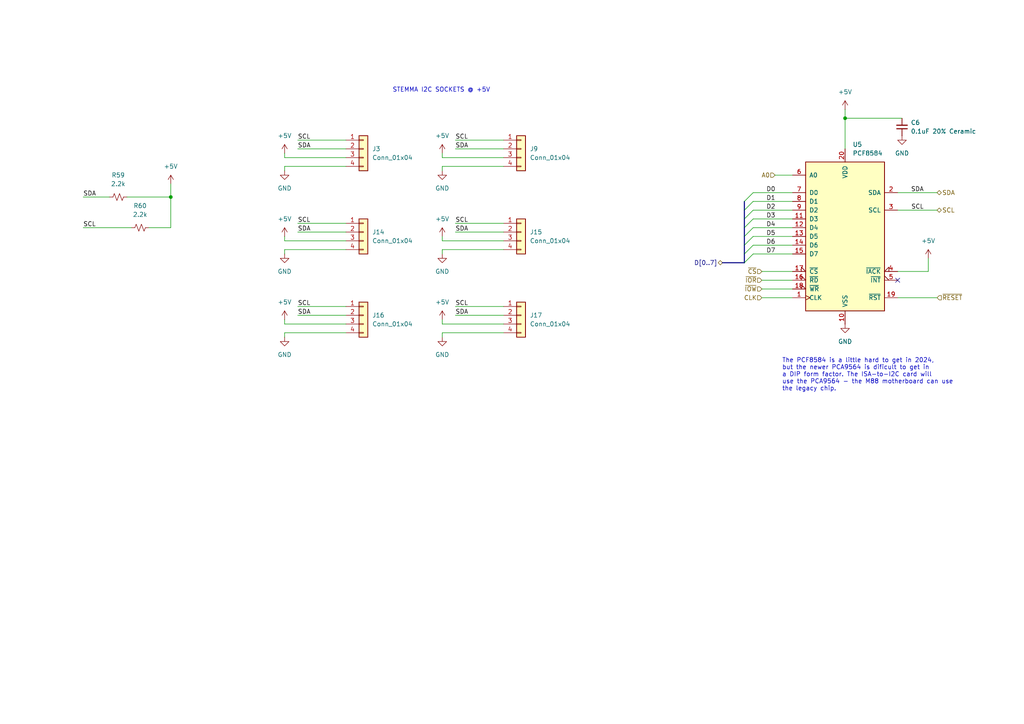
<source format=kicad_sch>
(kicad_sch
	(version 20231120)
	(generator "eeschema")
	(generator_version "8.0")
	(uuid "2e431a1d-9442-4710-a020-53865ed48ada")
	(paper "A4")
	(lib_symbols
		(symbol "Connector_Generic:Conn_01x04"
			(pin_names
				(offset 1.016) hide)
			(exclude_from_sim no)
			(in_bom yes)
			(on_board yes)
			(property "Reference" "J"
				(at 0 5.08 0)
				(effects
					(font
						(size 1.27 1.27)
					)
				)
			)
			(property "Value" "Conn_01x04"
				(at 0 -7.62 0)
				(effects
					(font
						(size 1.27 1.27)
					)
				)
			)
			(property "Footprint" ""
				(at 0 0 0)
				(effects
					(font
						(size 1.27 1.27)
					)
					(hide yes)
				)
			)
			(property "Datasheet" "~"
				(at 0 0 0)
				(effects
					(font
						(size 1.27 1.27)
					)
					(hide yes)
				)
			)
			(property "Description" "Generic connector, single row, 01x04, script generated (kicad-library-utils/schlib/autogen/connector/)"
				(at 0 0 0)
				(effects
					(font
						(size 1.27 1.27)
					)
					(hide yes)
				)
			)
			(property "ki_keywords" "connector"
				(at 0 0 0)
				(effects
					(font
						(size 1.27 1.27)
					)
					(hide yes)
				)
			)
			(property "ki_fp_filters" "Connector*:*_1x??_*"
				(at 0 0 0)
				(effects
					(font
						(size 1.27 1.27)
					)
					(hide yes)
				)
			)
			(symbol "Conn_01x04_1_1"
				(rectangle
					(start -1.27 -4.953)
					(end 0 -5.207)
					(stroke
						(width 0.1524)
						(type default)
					)
					(fill
						(type none)
					)
				)
				(rectangle
					(start -1.27 -2.413)
					(end 0 -2.667)
					(stroke
						(width 0.1524)
						(type default)
					)
					(fill
						(type none)
					)
				)
				(rectangle
					(start -1.27 0.127)
					(end 0 -0.127)
					(stroke
						(width 0.1524)
						(type default)
					)
					(fill
						(type none)
					)
				)
				(rectangle
					(start -1.27 2.667)
					(end 0 2.413)
					(stroke
						(width 0.1524)
						(type default)
					)
					(fill
						(type none)
					)
				)
				(rectangle
					(start -1.27 3.81)
					(end 1.27 -6.35)
					(stroke
						(width 0.254)
						(type default)
					)
					(fill
						(type background)
					)
				)
				(pin passive line
					(at -5.08 2.54 0)
					(length 3.81)
					(name "Pin_1"
						(effects
							(font
								(size 1.27 1.27)
							)
						)
					)
					(number "1"
						(effects
							(font
								(size 1.27 1.27)
							)
						)
					)
				)
				(pin passive line
					(at -5.08 0 0)
					(length 3.81)
					(name "Pin_2"
						(effects
							(font
								(size 1.27 1.27)
							)
						)
					)
					(number "2"
						(effects
							(font
								(size 1.27 1.27)
							)
						)
					)
				)
				(pin passive line
					(at -5.08 -2.54 0)
					(length 3.81)
					(name "Pin_3"
						(effects
							(font
								(size 1.27 1.27)
							)
						)
					)
					(number "3"
						(effects
							(font
								(size 1.27 1.27)
							)
						)
					)
				)
				(pin passive line
					(at -5.08 -5.08 0)
					(length 3.81)
					(name "Pin_4"
						(effects
							(font
								(size 1.27 1.27)
							)
						)
					)
					(number "4"
						(effects
							(font
								(size 1.27 1.27)
							)
						)
					)
				)
			)
		)
		(symbol "Device:C_Small"
			(pin_numbers hide)
			(pin_names
				(offset 0.254) hide)
			(exclude_from_sim no)
			(in_bom yes)
			(on_board yes)
			(property "Reference" "C"
				(at 0.254 1.778 0)
				(effects
					(font
						(size 1.27 1.27)
					)
					(justify left)
				)
			)
			(property "Value" "C_Small"
				(at 0.254 -2.032 0)
				(effects
					(font
						(size 1.27 1.27)
					)
					(justify left)
				)
			)
			(property "Footprint" ""
				(at 0 0 0)
				(effects
					(font
						(size 1.27 1.27)
					)
					(hide yes)
				)
			)
			(property "Datasheet" "~"
				(at 0 0 0)
				(effects
					(font
						(size 1.27 1.27)
					)
					(hide yes)
				)
			)
			(property "Description" "Unpolarized capacitor, small symbol"
				(at 0 0 0)
				(effects
					(font
						(size 1.27 1.27)
					)
					(hide yes)
				)
			)
			(property "ki_keywords" "capacitor cap"
				(at 0 0 0)
				(effects
					(font
						(size 1.27 1.27)
					)
					(hide yes)
				)
			)
			(property "ki_fp_filters" "C_*"
				(at 0 0 0)
				(effects
					(font
						(size 1.27 1.27)
					)
					(hide yes)
				)
			)
			(symbol "C_Small_0_1"
				(polyline
					(pts
						(xy -1.524 -0.508) (xy 1.524 -0.508)
					)
					(stroke
						(width 0.3302)
						(type default)
					)
					(fill
						(type none)
					)
				)
				(polyline
					(pts
						(xy -1.524 0.508) (xy 1.524 0.508)
					)
					(stroke
						(width 0.3048)
						(type default)
					)
					(fill
						(type none)
					)
				)
			)
			(symbol "C_Small_1_1"
				(pin passive line
					(at 0 2.54 270)
					(length 2.032)
					(name "~"
						(effects
							(font
								(size 1.27 1.27)
							)
						)
					)
					(number "1"
						(effects
							(font
								(size 1.27 1.27)
							)
						)
					)
				)
				(pin passive line
					(at 0 -2.54 90)
					(length 2.032)
					(name "~"
						(effects
							(font
								(size 1.27 1.27)
							)
						)
					)
					(number "2"
						(effects
							(font
								(size 1.27 1.27)
							)
						)
					)
				)
			)
		)
		(symbol "Device:R_Small_US"
			(pin_numbers hide)
			(pin_names
				(offset 0.254) hide)
			(exclude_from_sim no)
			(in_bom yes)
			(on_board yes)
			(property "Reference" "R"
				(at 0.762 0.508 0)
				(effects
					(font
						(size 1.27 1.27)
					)
					(justify left)
				)
			)
			(property "Value" "R_Small_US"
				(at 0.762 -1.016 0)
				(effects
					(font
						(size 1.27 1.27)
					)
					(justify left)
				)
			)
			(property "Footprint" ""
				(at 0 0 0)
				(effects
					(font
						(size 1.27 1.27)
					)
					(hide yes)
				)
			)
			(property "Datasheet" "~"
				(at 0 0 0)
				(effects
					(font
						(size 1.27 1.27)
					)
					(hide yes)
				)
			)
			(property "Description" "Resistor, small US symbol"
				(at 0 0 0)
				(effects
					(font
						(size 1.27 1.27)
					)
					(hide yes)
				)
			)
			(property "ki_keywords" "r resistor"
				(at 0 0 0)
				(effects
					(font
						(size 1.27 1.27)
					)
					(hide yes)
				)
			)
			(property "ki_fp_filters" "R_*"
				(at 0 0 0)
				(effects
					(font
						(size 1.27 1.27)
					)
					(hide yes)
				)
			)
			(symbol "R_Small_US_1_1"
				(polyline
					(pts
						(xy 0 0) (xy 1.016 -0.381) (xy 0 -0.762) (xy -1.016 -1.143) (xy 0 -1.524)
					)
					(stroke
						(width 0)
						(type default)
					)
					(fill
						(type none)
					)
				)
				(polyline
					(pts
						(xy 0 1.524) (xy 1.016 1.143) (xy 0 0.762) (xy -1.016 0.381) (xy 0 0)
					)
					(stroke
						(width 0)
						(type default)
					)
					(fill
						(type none)
					)
				)
				(pin passive line
					(at 0 2.54 270)
					(length 1.016)
					(name "~"
						(effects
							(font
								(size 1.27 1.27)
							)
						)
					)
					(number "1"
						(effects
							(font
								(size 1.27 1.27)
							)
						)
					)
				)
				(pin passive line
					(at 0 -2.54 90)
					(length 1.016)
					(name "~"
						(effects
							(font
								(size 1.27 1.27)
							)
						)
					)
					(number "2"
						(effects
							(font
								(size 1.27 1.27)
							)
						)
					)
				)
			)
		)
		(symbol "Interface_Expansion:PCF8584"
			(pin_names
				(offset 1.016)
			)
			(exclude_from_sim no)
			(in_bom yes)
			(on_board yes)
			(property "Reference" "U"
				(at -11.43 22.86 0)
				(effects
					(font
						(size 1.27 1.27)
					)
					(justify left)
				)
			)
			(property "Value" "PCF8584"
				(at 3.81 22.86 0)
				(effects
					(font
						(size 1.27 1.27)
					)
					(justify left)
				)
			)
			(property "Footprint" ""
				(at 0 0 0)
				(effects
					(font
						(size 1.27 1.27)
					)
					(hide yes)
				)
			)
			(property "Datasheet" "http://www.nxp.com/docs/en/data-sheet/PCF8584.pdf"
				(at 0 0 0)
				(effects
					(font
						(size 1.27 1.27)
					)
					(hide yes)
				)
			)
			(property "Description" "I2C Bus Controller, DIP/SOIC-20"
				(at 0 0 0)
				(effects
					(font
						(size 1.27 1.27)
					)
					(hide yes)
				)
			)
			(property "ki_keywords" "I2C Bus"
				(at 0 0 0)
				(effects
					(font
						(size 1.27 1.27)
					)
					(hide yes)
				)
			)
			(property "ki_fp_filters" "DIP* PDIP* SO* SOIC*"
				(at 0 0 0)
				(effects
					(font
						(size 1.27 1.27)
					)
					(hide yes)
				)
			)
			(symbol "PCF8584_0_1"
				(rectangle
					(start -11.43 -21.59)
					(end 11.43 21.59)
					(stroke
						(width 0.254)
						(type default)
					)
					(fill
						(type background)
					)
				)
			)
			(symbol "PCF8584_1_1"
				(pin input clock
					(at -15.24 -17.78 0)
					(length 3.81)
					(name "CLK"
						(effects
							(font
								(size 1.27 1.27)
							)
						)
					)
					(number "1"
						(effects
							(font
								(size 1.27 1.27)
							)
						)
					)
				)
				(pin power_in line
					(at 0 -25.4 90)
					(length 3.81)
					(name "VSS"
						(effects
							(font
								(size 1.27 1.27)
							)
						)
					)
					(number "10"
						(effects
							(font
								(size 1.27 1.27)
							)
						)
					)
				)
				(pin tri_state line
					(at -15.24 5.08 0)
					(length 3.81)
					(name "D3"
						(effects
							(font
								(size 1.27 1.27)
							)
						)
					)
					(number "11"
						(effects
							(font
								(size 1.27 1.27)
							)
						)
					)
				)
				(pin tri_state line
					(at -15.24 2.54 0)
					(length 3.81)
					(name "D4"
						(effects
							(font
								(size 1.27 1.27)
							)
						)
					)
					(number "12"
						(effects
							(font
								(size 1.27 1.27)
							)
						)
					)
				)
				(pin tri_state line
					(at -15.24 0 0)
					(length 3.81)
					(name "D5"
						(effects
							(font
								(size 1.27 1.27)
							)
						)
					)
					(number "13"
						(effects
							(font
								(size 1.27 1.27)
							)
						)
					)
				)
				(pin tri_state line
					(at -15.24 -2.54 0)
					(length 3.81)
					(name "D6"
						(effects
							(font
								(size 1.27 1.27)
							)
						)
					)
					(number "14"
						(effects
							(font
								(size 1.27 1.27)
							)
						)
					)
				)
				(pin tri_state line
					(at -15.24 -5.08 0)
					(length 3.81)
					(name "D7"
						(effects
							(font
								(size 1.27 1.27)
							)
						)
					)
					(number "15"
						(effects
							(font
								(size 1.27 1.27)
							)
						)
					)
				)
				(pin passive input_low
					(at -15.24 -12.7 0)
					(length 3.81)
					(name "~{RD}"
						(effects
							(font
								(size 1.27 1.27)
							)
						)
					)
					(number "16"
						(effects
							(font
								(size 1.27 1.27)
							)
						)
					)
				)
				(pin input input_low
					(at -15.24 -10.16 0)
					(length 3.81)
					(name "~{CS}"
						(effects
							(font
								(size 1.27 1.27)
							)
						)
					)
					(number "17"
						(effects
							(font
								(size 1.27 1.27)
							)
						)
					)
				)
				(pin input input_low
					(at -15.24 -15.24 0)
					(length 3.81)
					(name "~{WR}"
						(effects
							(font
								(size 1.27 1.27)
							)
						)
					)
					(number "18"
						(effects
							(font
								(size 1.27 1.27)
							)
						)
					)
				)
				(pin bidirectional line
					(at 15.24 -17.78 180)
					(length 3.81)
					(name "~{RST}"
						(effects
							(font
								(size 1.27 1.27)
							)
						)
					)
					(number "19"
						(effects
							(font
								(size 1.27 1.27)
							)
						)
					)
				)
				(pin bidirectional line
					(at 15.24 12.7 180)
					(length 3.81)
					(name "SDA"
						(effects
							(font
								(size 1.27 1.27)
							)
						)
					)
					(number "2"
						(effects
							(font
								(size 1.27 1.27)
							)
						)
					)
				)
				(pin power_in line
					(at 0 25.4 270)
					(length 3.81)
					(name "VDD"
						(effects
							(font
								(size 1.27 1.27)
							)
						)
					)
					(number "20"
						(effects
							(font
								(size 1.27 1.27)
							)
						)
					)
				)
				(pin bidirectional line
					(at 15.24 7.62 180)
					(length 3.81)
					(name "SCL"
						(effects
							(font
								(size 1.27 1.27)
							)
						)
					)
					(number "3"
						(effects
							(font
								(size 1.27 1.27)
							)
						)
					)
				)
				(pin input input_low
					(at 15.24 -10.16 180)
					(length 3.81)
					(name "~{IACK}"
						(effects
							(font
								(size 1.27 1.27)
							)
						)
					)
					(number "4"
						(effects
							(font
								(size 1.27 1.27)
							)
						)
					)
				)
				(pin output output_low
					(at 15.24 -12.7 180)
					(length 3.81)
					(name "~{INT}"
						(effects
							(font
								(size 1.27 1.27)
							)
						)
					)
					(number "5"
						(effects
							(font
								(size 1.27 1.27)
							)
						)
					)
				)
				(pin input line
					(at -15.24 17.78 0)
					(length 3.81)
					(name "A0"
						(effects
							(font
								(size 1.27 1.27)
							)
						)
					)
					(number "6"
						(effects
							(font
								(size 1.27 1.27)
							)
						)
					)
				)
				(pin tri_state line
					(at -15.24 12.7 0)
					(length 3.81)
					(name "D0"
						(effects
							(font
								(size 1.27 1.27)
							)
						)
					)
					(number "7"
						(effects
							(font
								(size 1.27 1.27)
							)
						)
					)
				)
				(pin tri_state line
					(at -15.24 10.16 0)
					(length 3.81)
					(name "D1"
						(effects
							(font
								(size 1.27 1.27)
							)
						)
					)
					(number "8"
						(effects
							(font
								(size 1.27 1.27)
							)
						)
					)
				)
				(pin tri_state line
					(at -15.24 7.62 0)
					(length 3.81)
					(name "D2"
						(effects
							(font
								(size 1.27 1.27)
							)
						)
					)
					(number "9"
						(effects
							(font
								(size 1.27 1.27)
							)
						)
					)
				)
			)
		)
		(symbol "power:+5V"
			(power)
			(pin_numbers hide)
			(pin_names
				(offset 0) hide)
			(exclude_from_sim no)
			(in_bom yes)
			(on_board yes)
			(property "Reference" "#PWR"
				(at 0 -3.81 0)
				(effects
					(font
						(size 1.27 1.27)
					)
					(hide yes)
				)
			)
			(property "Value" "+5V"
				(at 0 3.556 0)
				(effects
					(font
						(size 1.27 1.27)
					)
				)
			)
			(property "Footprint" ""
				(at 0 0 0)
				(effects
					(font
						(size 1.27 1.27)
					)
					(hide yes)
				)
			)
			(property "Datasheet" ""
				(at 0 0 0)
				(effects
					(font
						(size 1.27 1.27)
					)
					(hide yes)
				)
			)
			(property "Description" "Power symbol creates a global label with name \"+5V\""
				(at 0 0 0)
				(effects
					(font
						(size 1.27 1.27)
					)
					(hide yes)
				)
			)
			(property "ki_keywords" "global power"
				(at 0 0 0)
				(effects
					(font
						(size 1.27 1.27)
					)
					(hide yes)
				)
			)
			(symbol "+5V_0_1"
				(polyline
					(pts
						(xy -0.762 1.27) (xy 0 2.54)
					)
					(stroke
						(width 0)
						(type default)
					)
					(fill
						(type none)
					)
				)
				(polyline
					(pts
						(xy 0 0) (xy 0 2.54)
					)
					(stroke
						(width 0)
						(type default)
					)
					(fill
						(type none)
					)
				)
				(polyline
					(pts
						(xy 0 2.54) (xy 0.762 1.27)
					)
					(stroke
						(width 0)
						(type default)
					)
					(fill
						(type none)
					)
				)
			)
			(symbol "+5V_1_1"
				(pin power_in line
					(at 0 0 90)
					(length 0)
					(name "~"
						(effects
							(font
								(size 1.27 1.27)
							)
						)
					)
					(number "1"
						(effects
							(font
								(size 1.27 1.27)
							)
						)
					)
				)
			)
		)
		(symbol "power:GND"
			(power)
			(pin_numbers hide)
			(pin_names
				(offset 0) hide)
			(exclude_from_sim no)
			(in_bom yes)
			(on_board yes)
			(property "Reference" "#PWR"
				(at 0 -6.35 0)
				(effects
					(font
						(size 1.27 1.27)
					)
					(hide yes)
				)
			)
			(property "Value" "GND"
				(at 0 -3.81 0)
				(effects
					(font
						(size 1.27 1.27)
					)
				)
			)
			(property "Footprint" ""
				(at 0 0 0)
				(effects
					(font
						(size 1.27 1.27)
					)
					(hide yes)
				)
			)
			(property "Datasheet" ""
				(at 0 0 0)
				(effects
					(font
						(size 1.27 1.27)
					)
					(hide yes)
				)
			)
			(property "Description" "Power symbol creates a global label with name \"GND\" , ground"
				(at 0 0 0)
				(effects
					(font
						(size 1.27 1.27)
					)
					(hide yes)
				)
			)
			(property "ki_keywords" "global power"
				(at 0 0 0)
				(effects
					(font
						(size 1.27 1.27)
					)
					(hide yes)
				)
			)
			(symbol "GND_0_1"
				(polyline
					(pts
						(xy 0 0) (xy 0 -1.27) (xy 1.27 -1.27) (xy 0 -2.54) (xy -1.27 -1.27) (xy 0 -1.27)
					)
					(stroke
						(width 0)
						(type default)
					)
					(fill
						(type none)
					)
				)
			)
			(symbol "GND_1_1"
				(pin power_in line
					(at 0 0 270)
					(length 0)
					(name "~"
						(effects
							(font
								(size 1.27 1.27)
							)
						)
					)
					(number "1"
						(effects
							(font
								(size 1.27 1.27)
							)
						)
					)
				)
			)
		)
	)
	(junction
		(at 49.53 57.15)
		(diameter 0)
		(color 0 0 0 0)
		(uuid "3eb1050a-f3a8-414f-bc0f-28f70750037c")
	)
	(junction
		(at 245.11 34.29)
		(diameter 0)
		(color 0 0 0 0)
		(uuid "d0a20e6c-6ff8-4e1f-bf51-43181493dd51")
	)
	(no_connect
		(at 260.35 81.28)
		(uuid "1462f5ae-7d89-4c4a-9e86-2f4497a33740")
	)
	(bus_entry
		(at 218.44 68.58)
		(size -2.54 2.54)
		(stroke
			(width 0)
			(type default)
		)
		(uuid "1a2e0b3b-547d-435e-927b-7342e1e06bbb")
	)
	(bus_entry
		(at 218.44 73.66)
		(size -2.54 2.54)
		(stroke
			(width 0)
			(type default)
		)
		(uuid "52b0767f-5d25-4346-a0c9-9231b5100fbf")
	)
	(bus_entry
		(at 218.44 63.5)
		(size -2.54 2.54)
		(stroke
			(width 0)
			(type default)
		)
		(uuid "c1033a02-9e68-47a4-b1f8-b1049c02b28d")
	)
	(bus_entry
		(at 218.44 58.42)
		(size -2.54 2.54)
		(stroke
			(width 0)
			(type default)
		)
		(uuid "ce26e4e0-310f-48fc-aba8-af64e8f1518b")
	)
	(bus_entry
		(at 218.44 55.88)
		(size -2.54 2.54)
		(stroke
			(width 0)
			(type default)
		)
		(uuid "d058cac0-4490-4c16-a6bf-bbc73157ac14")
	)
	(bus_entry
		(at 218.44 71.12)
		(size -2.54 2.54)
		(stroke
			(width 0)
			(type default)
		)
		(uuid "da25fe6c-0a24-4b1b-aa65-a9be54913a54")
	)
	(bus_entry
		(at 218.44 60.96)
		(size -2.54 2.54)
		(stroke
			(width 0)
			(type default)
		)
		(uuid "e5ad3b2a-6bc3-4257-be91-e7e7aeabe053")
	)
	(bus_entry
		(at 218.44 66.04)
		(size -2.54 2.54)
		(stroke
			(width 0)
			(type default)
		)
		(uuid "e642f69e-93ad-407c-99f3-990232074be0")
	)
	(bus
		(pts
			(xy 215.9 71.12) (xy 215.9 73.66)
		)
		(stroke
			(width 0)
			(type default)
		)
		(uuid "034bb9b8-c834-4016-8713-fedc27f27ecd")
	)
	(wire
		(pts
			(xy 229.87 78.74) (xy 220.98 78.74)
		)
		(stroke
			(width 0)
			(type default)
		)
		(uuid "04891234-d815-4206-9a45-02bcbe24ac5b")
	)
	(wire
		(pts
			(xy 49.53 57.15) (xy 49.53 53.34)
		)
		(stroke
			(width 0)
			(type default)
		)
		(uuid "102b5d65-82d4-4cb8-960b-d73fb13c48fc")
	)
	(bus
		(pts
			(xy 215.9 76.2) (xy 215.9 73.66)
		)
		(stroke
			(width 0)
			(type default)
		)
		(uuid "2390c14f-3d8d-4761-a3a5-5c76a562620c")
	)
	(wire
		(pts
			(xy 100.33 91.44) (xy 86.36 91.44)
		)
		(stroke
			(width 0)
			(type default)
		)
		(uuid "24c623af-d679-4df7-b2f4-1666c665d57f")
	)
	(wire
		(pts
			(xy 128.27 72.39) (xy 146.05 72.39)
		)
		(stroke
			(width 0)
			(type default)
		)
		(uuid "25d5be69-831c-4221-a1c9-38d6dc6742e7")
	)
	(wire
		(pts
			(xy 82.55 97.79) (xy 82.55 96.52)
		)
		(stroke
			(width 0)
			(type default)
		)
		(uuid "29e1d673-4c9c-4db4-a3ee-979ad44dcaca")
	)
	(wire
		(pts
			(xy 100.33 40.64) (xy 86.36 40.64)
		)
		(stroke
			(width 0)
			(type default)
		)
		(uuid "2a1c8b9a-758a-40b9-9927-19ea1fde6ee1")
	)
	(wire
		(pts
			(xy 218.44 63.5) (xy 229.87 63.5)
		)
		(stroke
			(width 0)
			(type default)
		)
		(uuid "2b8fb557-872a-4f38-b923-be61c177b875")
	)
	(bus
		(pts
			(xy 209.55 76.2) (xy 215.9 76.2)
		)
		(stroke
			(width 0)
			(type default)
		)
		(uuid "2e82fa25-f857-4576-875d-c7e07d757213")
	)
	(wire
		(pts
			(xy 224.79 50.8) (xy 229.87 50.8)
		)
		(stroke
			(width 0)
			(type default)
		)
		(uuid "32238446-46c9-490d-8b35-d7155cbf9fb4")
	)
	(wire
		(pts
			(xy 146.05 67.31) (xy 132.08 67.31)
		)
		(stroke
			(width 0)
			(type default)
		)
		(uuid "3448d39d-05fe-4a32-93db-d34a2cd40d01")
	)
	(wire
		(pts
			(xy 260.35 78.74) (xy 269.24 78.74)
		)
		(stroke
			(width 0)
			(type default)
		)
		(uuid "35a1cfb4-39b0-4e1a-b685-9493371d98d4")
	)
	(wire
		(pts
			(xy 49.53 66.04) (xy 49.53 57.15)
		)
		(stroke
			(width 0)
			(type default)
		)
		(uuid "3a15919a-1f07-4779-94f9-5c98255f6290")
	)
	(wire
		(pts
			(xy 128.27 49.53) (xy 128.27 48.26)
		)
		(stroke
			(width 0)
			(type default)
		)
		(uuid "3da1c04f-8d3f-417c-95dc-e51a0d77907a")
	)
	(wire
		(pts
			(xy 245.11 34.29) (xy 245.11 43.18)
		)
		(stroke
			(width 0)
			(type default)
		)
		(uuid "414d81ad-73a3-45da-9cdf-dcf3d790d61f")
	)
	(wire
		(pts
			(xy 24.13 66.04) (xy 38.1 66.04)
		)
		(stroke
			(width 0)
			(type default)
		)
		(uuid "45cd0371-8b67-4b24-922a-74f7f47975bc")
	)
	(wire
		(pts
			(xy 100.33 64.77) (xy 86.36 64.77)
		)
		(stroke
			(width 0)
			(type default)
		)
		(uuid "4a274440-a159-470d-836a-a3303c204fc6")
	)
	(wire
		(pts
			(xy 100.33 88.9) (xy 86.36 88.9)
		)
		(stroke
			(width 0)
			(type default)
		)
		(uuid "4ac3030c-450f-43b1-914b-89f5094ce66e")
	)
	(bus
		(pts
			(xy 215.9 63.5) (xy 215.9 66.04)
		)
		(stroke
			(width 0)
			(type default)
		)
		(uuid "4b37238e-d2eb-499a-a1d4-922bdf764a33")
	)
	(wire
		(pts
			(xy 220.98 81.28) (xy 229.87 81.28)
		)
		(stroke
			(width 0)
			(type default)
		)
		(uuid "4f7df719-18bf-43c2-b1e7-265978d53931")
	)
	(wire
		(pts
			(xy 146.05 40.64) (xy 132.08 40.64)
		)
		(stroke
			(width 0)
			(type default)
		)
		(uuid "5addc3c7-d1d7-4784-83b4-09ae9ae1ceb0")
	)
	(wire
		(pts
			(xy 100.33 67.31) (xy 86.36 67.31)
		)
		(stroke
			(width 0)
			(type default)
		)
		(uuid "5b170510-730f-40e6-9d7b-f8bb4d4f6c07")
	)
	(wire
		(pts
			(xy 220.98 83.82) (xy 229.87 83.82)
		)
		(stroke
			(width 0)
			(type default)
		)
		(uuid "622f4b73-7fd7-4541-bb05-9fd89073724f")
	)
	(wire
		(pts
			(xy 218.44 73.66) (xy 229.87 73.66)
		)
		(stroke
			(width 0)
			(type default)
		)
		(uuid "691b6529-4d35-4d54-adfc-0c9cc7cd0f94")
	)
	(wire
		(pts
			(xy 128.27 92.71) (xy 128.27 93.98)
		)
		(stroke
			(width 0)
			(type default)
		)
		(uuid "6e4ce5e6-1878-444f-9de5-856bf56d2265")
	)
	(wire
		(pts
			(xy 82.55 45.72) (xy 100.33 45.72)
		)
		(stroke
			(width 0)
			(type default)
		)
		(uuid "725b4656-4c1c-4b8e-bb1e-9ba59ca17c23")
	)
	(wire
		(pts
			(xy 218.44 66.04) (xy 229.87 66.04)
		)
		(stroke
			(width 0)
			(type default)
		)
		(uuid "7286cf0c-c856-41d8-8ab5-9d04b8c65a32")
	)
	(wire
		(pts
			(xy 218.44 60.96) (xy 229.87 60.96)
		)
		(stroke
			(width 0)
			(type default)
		)
		(uuid "778c43f5-7b85-4724-8f24-10f369d4d705")
	)
	(wire
		(pts
			(xy 82.55 68.58) (xy 82.55 69.85)
		)
		(stroke
			(width 0)
			(type default)
		)
		(uuid "784d7d91-f66d-4f88-82e8-0b9ce2b8fb58")
	)
	(wire
		(pts
			(xy 82.55 96.52) (xy 100.33 96.52)
		)
		(stroke
			(width 0)
			(type default)
		)
		(uuid "7aa076d6-3da4-4e90-8ae9-5202c2d9a74c")
	)
	(bus
		(pts
			(xy 215.9 60.96) (xy 215.9 63.5)
		)
		(stroke
			(width 0)
			(type default)
		)
		(uuid "80a62531-a8ad-49d4-90a4-55e08678d625")
	)
	(wire
		(pts
			(xy 100.33 43.18) (xy 86.36 43.18)
		)
		(stroke
			(width 0)
			(type default)
		)
		(uuid "841b4344-d880-4238-b92e-54e51cd0a2cd")
	)
	(wire
		(pts
			(xy 36.83 57.15) (xy 49.53 57.15)
		)
		(stroke
			(width 0)
			(type default)
		)
		(uuid "845960f2-76f0-4da7-ac34-feddd149acf9")
	)
	(wire
		(pts
			(xy 82.55 48.26) (xy 100.33 48.26)
		)
		(stroke
			(width 0)
			(type default)
		)
		(uuid "84c4be4e-d2ee-41f0-b2bc-673b94a94abb")
	)
	(wire
		(pts
			(xy 146.05 64.77) (xy 132.08 64.77)
		)
		(stroke
			(width 0)
			(type default)
		)
		(uuid "84e1d718-102a-4109-8347-387b1ff1d118")
	)
	(wire
		(pts
			(xy 43.18 66.04) (xy 49.53 66.04)
		)
		(stroke
			(width 0)
			(type default)
		)
		(uuid "858091ca-0add-491a-b4e9-3ffd83bf4b3f")
	)
	(wire
		(pts
			(xy 218.44 58.42) (xy 229.87 58.42)
		)
		(stroke
			(width 0)
			(type default)
		)
		(uuid "88d23d6f-e2fe-41d5-94e8-f6a882ac4ca8")
	)
	(wire
		(pts
			(xy 146.05 91.44) (xy 132.08 91.44)
		)
		(stroke
			(width 0)
			(type default)
		)
		(uuid "8ca59385-8678-4067-afea-54c3182421e6")
	)
	(bus
		(pts
			(xy 215.9 58.42) (xy 215.9 60.96)
		)
		(stroke
			(width 0)
			(type default)
		)
		(uuid "8f0b1d63-9df7-4245-9601-7911afc3fecb")
	)
	(wire
		(pts
			(xy 82.55 93.98) (xy 100.33 93.98)
		)
		(stroke
			(width 0)
			(type default)
		)
		(uuid "90f8f115-d94d-4dfe-b4ed-20c2396a8294")
	)
	(wire
		(pts
			(xy 24.13 57.15) (xy 31.75 57.15)
		)
		(stroke
			(width 0)
			(type default)
		)
		(uuid "92eec917-10a4-4888-9c5e-6310f451ea6c")
	)
	(wire
		(pts
			(xy 128.27 93.98) (xy 146.05 93.98)
		)
		(stroke
			(width 0)
			(type default)
		)
		(uuid "9603fbd2-fe7b-4387-8249-6f5923383bb9")
	)
	(bus
		(pts
			(xy 215.9 68.58) (xy 215.9 71.12)
		)
		(stroke
			(width 0)
			(type default)
		)
		(uuid "a19f37b9-56ac-46eb-aa71-6b8aed57f631")
	)
	(wire
		(pts
			(xy 218.44 55.88) (xy 229.87 55.88)
		)
		(stroke
			(width 0)
			(type default)
		)
		(uuid "a6920824-15ac-402d-b150-b902651cf4f6")
	)
	(wire
		(pts
			(xy 82.55 92.71) (xy 82.55 93.98)
		)
		(stroke
			(width 0)
			(type default)
		)
		(uuid "a8bbc3e4-900f-43e5-9e20-868f3912b903")
	)
	(wire
		(pts
			(xy 271.78 55.88) (xy 260.35 55.88)
		)
		(stroke
			(width 0)
			(type default)
		)
		(uuid "a8e3bb71-b9a5-4bdd-a247-3f2199bcad27")
	)
	(wire
		(pts
			(xy 82.55 73.66) (xy 82.55 72.39)
		)
		(stroke
			(width 0)
			(type default)
		)
		(uuid "b086c16f-548a-4863-b6c3-db248f0fe192")
	)
	(wire
		(pts
			(xy 82.55 44.45) (xy 82.55 45.72)
		)
		(stroke
			(width 0)
			(type default)
		)
		(uuid "b100c976-e86f-4af0-8cc7-a078df2258e9")
	)
	(wire
		(pts
			(xy 146.05 43.18) (xy 132.08 43.18)
		)
		(stroke
			(width 0)
			(type default)
		)
		(uuid "b105588d-2895-4eeb-bbed-1dc233c721a2")
	)
	(bus
		(pts
			(xy 215.9 66.04) (xy 215.9 68.58)
		)
		(stroke
			(width 0)
			(type default)
		)
		(uuid "b2996a5d-c24f-4e53-8f37-47f9918f962d")
	)
	(wire
		(pts
			(xy 260.35 86.36) (xy 271.78 86.36)
		)
		(stroke
			(width 0)
			(type default)
		)
		(uuid "b5cc0aee-414c-45e7-af06-193df1efab33")
	)
	(wire
		(pts
			(xy 261.62 34.29) (xy 245.11 34.29)
		)
		(stroke
			(width 0)
			(type default)
		)
		(uuid "ba1fd9d4-983a-46fa-b343-5ed38813f5d3")
	)
	(wire
		(pts
			(xy 128.27 48.26) (xy 146.05 48.26)
		)
		(stroke
			(width 0)
			(type default)
		)
		(uuid "bbd6a03e-c782-4471-9e24-d7a6a3bd84e8")
	)
	(wire
		(pts
			(xy 128.27 73.66) (xy 128.27 72.39)
		)
		(stroke
			(width 0)
			(type default)
		)
		(uuid "bf346d5c-0249-48fa-8aa0-a86e804cedb0")
	)
	(wire
		(pts
			(xy 82.55 72.39) (xy 100.33 72.39)
		)
		(stroke
			(width 0)
			(type default)
		)
		(uuid "c104c4a9-1336-4d09-a431-27881cc82d9d")
	)
	(wire
		(pts
			(xy 269.24 74.93) (xy 269.24 78.74)
		)
		(stroke
			(width 0)
			(type default)
		)
		(uuid "c5973386-a5e4-4dcd-bd3c-c51fdb9dc6f9")
	)
	(wire
		(pts
			(xy 220.98 86.36) (xy 229.87 86.36)
		)
		(stroke
			(width 0)
			(type default)
		)
		(uuid "c62ef748-6c29-4e3d-a205-c5a6ce060155")
	)
	(wire
		(pts
			(xy 146.05 88.9) (xy 132.08 88.9)
		)
		(stroke
			(width 0)
			(type default)
		)
		(uuid "d49e359e-b406-4c0b-bf3b-5a0a3692d26d")
	)
	(wire
		(pts
			(xy 128.27 44.45) (xy 128.27 45.72)
		)
		(stroke
			(width 0)
			(type default)
		)
		(uuid "d6b99212-b28e-42b4-9777-0794bbfa977c")
	)
	(wire
		(pts
			(xy 218.44 68.58) (xy 229.87 68.58)
		)
		(stroke
			(width 0)
			(type default)
		)
		(uuid "d7cbdc90-2689-4729-87d8-a0329e07146f")
	)
	(wire
		(pts
			(xy 245.11 31.75) (xy 245.11 34.29)
		)
		(stroke
			(width 0)
			(type default)
		)
		(uuid "daecd6a6-b75f-4135-93c3-63689e26a45c")
	)
	(wire
		(pts
			(xy 128.27 45.72) (xy 146.05 45.72)
		)
		(stroke
			(width 0)
			(type default)
		)
		(uuid "dd439fc2-7ca7-4cb1-967e-627673914772")
	)
	(wire
		(pts
			(xy 260.35 60.96) (xy 271.78 60.96)
		)
		(stroke
			(width 0)
			(type default)
		)
		(uuid "e3535092-956b-41c0-bf66-ae00ef8e30f6")
	)
	(wire
		(pts
			(xy 82.55 49.53) (xy 82.55 48.26)
		)
		(stroke
			(width 0)
			(type default)
		)
		(uuid "e67bb904-072c-4ac8-af88-37e56b2934bd")
	)
	(wire
		(pts
			(xy 218.44 71.12) (xy 229.87 71.12)
		)
		(stroke
			(width 0)
			(type default)
		)
		(uuid "e6c4b05d-a01b-41c3-bd6c-00371ad803f5")
	)
	(wire
		(pts
			(xy 128.27 97.79) (xy 128.27 96.52)
		)
		(stroke
			(width 0)
			(type default)
		)
		(uuid "ee0ebb3d-5bb5-46ee-a720-ee485b379173")
	)
	(wire
		(pts
			(xy 82.55 69.85) (xy 100.33 69.85)
		)
		(stroke
			(width 0)
			(type default)
		)
		(uuid "f2ea2017-de8a-41b9-912c-0ed044ab779e")
	)
	(wire
		(pts
			(xy 128.27 68.58) (xy 128.27 69.85)
		)
		(stroke
			(width 0)
			(type default)
		)
		(uuid "f510c5cd-56f8-4d75-9985-5d26844ab32d")
	)
	(wire
		(pts
			(xy 128.27 96.52) (xy 146.05 96.52)
		)
		(stroke
			(width 0)
			(type default)
		)
		(uuid "fc0020d0-2a6d-49c7-a80f-48055f2c4e8f")
	)
	(wire
		(pts
			(xy 128.27 69.85) (xy 146.05 69.85)
		)
		(stroke
			(width 0)
			(type default)
		)
		(uuid "ff4e9707-1b09-47a5-bd67-88412bd1da9d")
	)
	(text "STEMMA I2C SOCKETS @ +5V"
		(exclude_from_sim no)
		(at 128.016 26.162 0)
		(effects
			(font
				(size 1.27 1.27)
			)
		)
		(uuid "d675291b-f6ce-4910-bc73-c5f2dc1bcadc")
	)
	(text "The PCF8584 is a little hard to get in 2024,\nbut the newer PCA9564 is dificult to get in\na DIP form factor. The ISA-to-I2C card will\nuse the PCA9564 - the M88 motherboard can use\nthe legacy chip."
		(exclude_from_sim no)
		(at 226.822 108.712 0)
		(effects
			(font
				(size 1.27 1.27)
			)
			(justify left)
		)
		(uuid "d9f51114-1f28-437d-97bf-897e89c16a82")
	)
	(label "D0"
		(at 222.25 55.88 0)
		(fields_autoplaced yes)
		(effects
			(font
				(size 1.27 1.27)
			)
			(justify left bottom)
		)
		(uuid "0154dcd6-1261-4d41-b5eb-dccc8e35e7c4")
	)
	(label "SCL"
		(at 86.36 64.77 0)
		(fields_autoplaced yes)
		(effects
			(font
				(size 1.27 1.27)
			)
			(justify left bottom)
		)
		(uuid "054bc68d-6d05-453c-a461-bd73fff242e3")
	)
	(label "SDA"
		(at 267.97 55.88 180)
		(fields_autoplaced yes)
		(effects
			(font
				(size 1.27 1.27)
			)
			(justify right bottom)
		)
		(uuid "067a55c3-a203-4cb8-8f79-048af8a8988f")
	)
	(label "SDA"
		(at 24.13 57.15 0)
		(fields_autoplaced yes)
		(effects
			(font
				(size 1.27 1.27)
			)
			(justify left bottom)
		)
		(uuid "099ac617-2ad9-4387-8857-cd1024d492c7")
	)
	(label "SDA"
		(at 132.08 43.18 0)
		(fields_autoplaced yes)
		(effects
			(font
				(size 1.27 1.27)
			)
			(justify left bottom)
		)
		(uuid "09b338b5-925e-4f9a-bee6-386f765aa271")
	)
	(label "SDA"
		(at 86.36 91.44 0)
		(fields_autoplaced yes)
		(effects
			(font
				(size 1.27 1.27)
			)
			(justify left bottom)
		)
		(uuid "0e8ec99b-d998-4540-9312-4cd7de2f8426")
	)
	(label "SDA"
		(at 86.36 43.18 0)
		(fields_autoplaced yes)
		(effects
			(font
				(size 1.27 1.27)
			)
			(justify left bottom)
		)
		(uuid "19e8a34f-9b92-4713-8686-782263be0557")
	)
	(label "SCL"
		(at 86.36 88.9 0)
		(fields_autoplaced yes)
		(effects
			(font
				(size 1.27 1.27)
			)
			(justify left bottom)
		)
		(uuid "25e296eb-7bc9-4d87-99f5-e80a7ba9d75a")
	)
	(label "D4"
		(at 222.25 66.04 0)
		(fields_autoplaced yes)
		(effects
			(font
				(size 1.27 1.27)
			)
			(justify left bottom)
		)
		(uuid "35508512-c3d5-4678-a869-66c313a69727")
	)
	(label "D1"
		(at 222.25 58.42 0)
		(fields_autoplaced yes)
		(effects
			(font
				(size 1.27 1.27)
			)
			(justify left bottom)
		)
		(uuid "3b146a63-3e59-4a48-9fd7-c59f557110f8")
	)
	(label "SDA"
		(at 86.36 67.31 0)
		(fields_autoplaced yes)
		(effects
			(font
				(size 1.27 1.27)
			)
			(justify left bottom)
		)
		(uuid "6520ab99-40c3-45bb-9f83-bb5d47415afd")
	)
	(label "SDA"
		(at 132.08 67.31 0)
		(fields_autoplaced yes)
		(effects
			(font
				(size 1.27 1.27)
			)
			(justify left bottom)
		)
		(uuid "749d2193-1135-457e-a65a-11b773d0b1ca")
	)
	(label "SCL"
		(at 86.36 40.64 0)
		(fields_autoplaced yes)
		(effects
			(font
				(size 1.27 1.27)
			)
			(justify left bottom)
		)
		(uuid "98491769-4496-4f46-af21-cfa99984208c")
	)
	(label "D7"
		(at 222.25 73.66 0)
		(fields_autoplaced yes)
		(effects
			(font
				(size 1.27 1.27)
			)
			(justify left bottom)
		)
		(uuid "a096b81c-c5cb-4d06-bcc7-347bd7df8ce8")
	)
	(label "D6"
		(at 222.25 71.12 0)
		(fields_autoplaced yes)
		(effects
			(font
				(size 1.27 1.27)
			)
			(justify left bottom)
		)
		(uuid "a3774038-2770-4a97-be8b-b269e9d34666")
	)
	(label "D2"
		(at 222.25 60.96 0)
		(fields_autoplaced yes)
		(effects
			(font
				(size 1.27 1.27)
			)
			(justify left bottom)
		)
		(uuid "b553dd8a-5d39-4d8b-b79c-a8a64a58d988")
	)
	(label "SCL"
		(at 132.08 40.64 0)
		(fields_autoplaced yes)
		(effects
			(font
				(size 1.27 1.27)
			)
			(justify left bottom)
		)
		(uuid "b6c63e11-6a68-4e01-b96f-ce5b1296ec37")
	)
	(label "SCL"
		(at 132.08 88.9 0)
		(fields_autoplaced yes)
		(effects
			(font
				(size 1.27 1.27)
			)
			(justify left bottom)
		)
		(uuid "c31538f2-6c08-46c3-8b73-e0d6381e6ba4")
	)
	(label "SCL"
		(at 132.08 64.77 0)
		(fields_autoplaced yes)
		(effects
			(font
				(size 1.27 1.27)
			)
			(justify left bottom)
		)
		(uuid "c64d2836-1fc2-4390-8e80-3f8e5c8d8821")
	)
	(label "D3"
		(at 222.25 63.5 0)
		(fields_autoplaced yes)
		(effects
			(font
				(size 1.27 1.27)
			)
			(justify left bottom)
		)
		(uuid "c98c3d7a-5c60-486e-9ff2-bf0040327a6d")
	)
	(label "SCL"
		(at 267.97 60.96 180)
		(fields_autoplaced yes)
		(effects
			(font
				(size 1.27 1.27)
			)
			(justify right bottom)
		)
		(uuid "d93e6944-dfe6-458a-8d45-ac320d876ad3")
	)
	(label "SCL"
		(at 24.13 66.04 0)
		(fields_autoplaced yes)
		(effects
			(font
				(size 1.27 1.27)
			)
			(justify left bottom)
		)
		(uuid "e58d092d-04ba-490b-8dc2-85f9c6f0f8d3")
	)
	(label "D5"
		(at 222.25 68.58 0)
		(fields_autoplaced yes)
		(effects
			(font
				(size 1.27 1.27)
			)
			(justify left bottom)
		)
		(uuid "e8ec6f89-db63-4fc0-a8d2-7e86fdfdcc72")
	)
	(label "SDA"
		(at 132.08 91.44 0)
		(fields_autoplaced yes)
		(effects
			(font
				(size 1.27 1.27)
			)
			(justify left bottom)
		)
		(uuid "effffb02-385b-49ad-97a7-28950e6053e2")
	)
	(hierarchical_label "~{CS}"
		(shape input)
		(at 220.98 78.74 180)
		(fields_autoplaced yes)
		(effects
			(font
				(size 1.27 1.27)
			)
			(justify right)
		)
		(uuid "02bb61e4-5ad5-4334-9729-f0db3c3b8dbb")
	)
	(hierarchical_label "SDA"
		(shape bidirectional)
		(at 271.78 55.88 0)
		(fields_autoplaced yes)
		(effects
			(font
				(size 1.27 1.27)
			)
			(justify left)
		)
		(uuid "0bb53fc5-1eee-4596-8909-4e7510545099")
	)
	(hierarchical_label "~{RESET}"
		(shape input)
		(at 271.78 86.36 0)
		(fields_autoplaced yes)
		(effects
			(font
				(size 1.27 1.27)
			)
			(justify left)
		)
		(uuid "29f70a68-5168-432b-b2d5-615d4d9be3c1")
	)
	(hierarchical_label "SCL"
		(shape bidirectional)
		(at 271.78 60.96 0)
		(fields_autoplaced yes)
		(effects
			(font
				(size 1.27 1.27)
			)
			(justify left)
		)
		(uuid "49b1e937-e49e-433d-9d17-69699f778d27")
	)
	(hierarchical_label "~{IOW}"
		(shape input)
		(at 220.98 83.82 180)
		(fields_autoplaced yes)
		(effects
			(font
				(size 1.27 1.27)
			)
			(justify right)
		)
		(uuid "8d63a58a-e6d0-4fff-bfd6-0855cb5f48a6")
	)
	(hierarchical_label "D[0..7]"
		(shape bidirectional)
		(at 209.55 76.2 180)
		(fields_autoplaced yes)
		(effects
			(font
				(size 1.27 1.27)
			)
			(justify right)
		)
		(uuid "abd78999-5f7c-4163-9cc4-5cbc03833482")
	)
	(hierarchical_label "A0"
		(shape input)
		(at 224.79 50.8 180)
		(fields_autoplaced yes)
		(effects
			(font
				(size 1.27 1.27)
			)
			(justify right)
		)
		(uuid "c402c3bc-0cf2-4245-a7f9-92b4754cfa5b")
	)
	(hierarchical_label "CLK"
		(shape input)
		(at 220.98 86.36 180)
		(fields_autoplaced yes)
		(effects
			(font
				(size 1.27 1.27)
			)
			(justify right)
		)
		(uuid "c44c0795-9650-4300-8f97-8ab08b557cbd")
	)
	(hierarchical_label "~{IOR}"
		(shape input)
		(at 220.98 81.28 180)
		(fields_autoplaced yes)
		(effects
			(font
				(size 1.27 1.27)
			)
			(justify right)
		)
		(uuid "e44d15ac-3533-4e07-b2aa-a60762797fd6")
	)
	(symbol
		(lib_id "power:+5V")
		(at 269.24 74.93 0)
		(unit 1)
		(exclude_from_sim no)
		(in_bom yes)
		(on_board yes)
		(dnp no)
		(fields_autoplaced yes)
		(uuid "1f22fee7-6028-43e6-8659-f34a399b2778")
		(property "Reference" "#PWR085"
			(at 269.24 78.74 0)
			(effects
				(font
					(size 1.27 1.27)
				)
				(hide yes)
			)
		)
		(property "Value" "+5V"
			(at 269.24 69.85 0)
			(effects
				(font
					(size 1.27 1.27)
				)
			)
		)
		(property "Footprint" ""
			(at 269.24 74.93 0)
			(effects
				(font
					(size 1.27 1.27)
				)
				(hide yes)
			)
		)
		(property "Datasheet" ""
			(at 269.24 74.93 0)
			(effects
				(font
					(size 1.27 1.27)
				)
				(hide yes)
			)
		)
		(property "Description" "Power symbol creates a global label with name \"+5V\""
			(at 269.24 74.93 0)
			(effects
				(font
					(size 1.27 1.27)
				)
				(hide yes)
			)
		)
		(pin "1"
			(uuid "6e3c6142-d69d-4340-a4f7-dd39500319bb")
		)
		(instances
			(project "sbc_8088"
				(path "/5e468d94-0319-44d1-a77f-2adc451eed13/92985909-edd1-4e84-8730-7207eccde18e"
					(reference "#PWR085")
					(unit 1)
				)
			)
		)
	)
	(symbol
		(lib_id "power:+5V")
		(at 128.27 68.58 0)
		(unit 1)
		(exclude_from_sim no)
		(in_bom yes)
		(on_board yes)
		(dnp no)
		(fields_autoplaced yes)
		(uuid "2079af1b-c596-4161-889f-6f5303d93168")
		(property "Reference" "#PWR0157"
			(at 128.27 72.39 0)
			(effects
				(font
					(size 1.27 1.27)
				)
				(hide yes)
			)
		)
		(property "Value" "+5V"
			(at 128.27 63.5 0)
			(effects
				(font
					(size 1.27 1.27)
				)
			)
		)
		(property "Footprint" ""
			(at 128.27 68.58 0)
			(effects
				(font
					(size 1.27 1.27)
				)
				(hide yes)
			)
		)
		(property "Datasheet" ""
			(at 128.27 68.58 0)
			(effects
				(font
					(size 1.27 1.27)
				)
				(hide yes)
			)
		)
		(property "Description" "Power symbol creates a global label with name \"+5V\""
			(at 128.27 68.58 0)
			(effects
				(font
					(size 1.27 1.27)
				)
				(hide yes)
			)
		)
		(pin "1"
			(uuid "ba5f0a43-c317-4f8e-95c9-7cd7a00fffb0")
		)
		(instances
			(project "sbc_8088"
				(path "/5e468d94-0319-44d1-a77f-2adc451eed13/92985909-edd1-4e84-8730-7207eccde18e"
					(reference "#PWR0157")
					(unit 1)
				)
			)
		)
	)
	(symbol
		(lib_id "Device:C_Small")
		(at 261.62 36.83 180)
		(unit 1)
		(exclude_from_sim no)
		(in_bom yes)
		(on_board yes)
		(dnp no)
		(fields_autoplaced yes)
		(uuid "2c51bf5e-3ea9-43d6-a82c-1d120d34905b")
		(property "Reference" "C6"
			(at 264.16 35.5535 0)
			(effects
				(font
					(size 1.27 1.27)
				)
				(justify right)
			)
		)
		(property "Value" "0.1uF 20% Ceramic"
			(at 264.16 38.0935 0)
			(effects
				(font
					(size 1.27 1.27)
				)
				(justify right)
			)
		)
		(property "Footprint" "Capacitor_SMD:C_0805_2012Metric"
			(at 261.62 36.83 0)
			(effects
				(font
					(size 1.27 1.27)
				)
				(hide yes)
			)
		)
		(property "Datasheet" "~"
			(at 261.62 36.83 0)
			(effects
				(font
					(size 1.27 1.27)
				)
				(hide yes)
			)
		)
		(property "Description" "LCSC #C49678"
			(at 261.62 36.83 0)
			(effects
				(font
					(size 1.27 1.27)
				)
				(hide yes)
			)
		)
		(property "Height" ""
			(at 261.62 36.83 0)
			(effects
				(font
					(size 1.27 1.27)
				)
				(hide yes)
			)
		)
		(property "Manufacturer_Name" ""
			(at 261.62 36.83 0)
			(effects
				(font
					(size 1.27 1.27)
				)
				(hide yes)
			)
		)
		(property "Manufacturer_Part_Number" ""
			(at 261.62 36.83 0)
			(effects
				(font
					(size 1.27 1.27)
				)
				(hide yes)
			)
		)
		(property "Mouser Part Number" ""
			(at 261.62 36.83 0)
			(effects
				(font
					(size 1.27 1.27)
				)
				(hide yes)
			)
		)
		(property "Mouser Price/Stock" ""
			(at 261.62 36.83 0)
			(effects
				(font
					(size 1.27 1.27)
				)
				(hide yes)
			)
		)
		(property "LCSC Part #" "C49678"
			(at 261.62 36.83 0)
			(effects
				(font
					(size 1.27 1.27)
				)
				(hide yes)
			)
		)
		(pin "2"
			(uuid "f9500c38-9df5-4e3d-8cfc-80a853731530")
		)
		(pin "1"
			(uuid "fb9cebd7-fd4b-4d1f-a148-3c12141b23c7")
		)
		(instances
			(project "sbc_8088"
				(path "/5e468d94-0319-44d1-a77f-2adc451eed13/92985909-edd1-4e84-8730-7207eccde18e"
					(reference "C6")
					(unit 1)
				)
			)
		)
	)
	(symbol
		(lib_id "Connector_Generic:Conn_01x04")
		(at 105.41 91.44 0)
		(unit 1)
		(exclude_from_sim no)
		(in_bom yes)
		(on_board yes)
		(dnp no)
		(fields_autoplaced yes)
		(uuid "3d4b61db-3f69-4f2d-ad7a-7ad0c1e54a61")
		(property "Reference" "J16"
			(at 107.95 91.4399 0)
			(effects
				(font
					(size 1.27 1.27)
				)
				(justify left)
			)
		)
		(property "Value" "Conn_01x04"
			(at 107.95 93.9799 0)
			(effects
				(font
					(size 1.27 1.27)
				)
				(justify left)
			)
		)
		(property "Footprint" "Connector_JST:JST_PH_S4B-PH-K_1x04_P2.00mm_Horizontal"
			(at 105.41 91.44 0)
			(effects
				(font
					(size 1.27 1.27)
				)
				(hide yes)
			)
		)
		(property "Datasheet" "~"
			(at 105.41 91.44 0)
			(effects
				(font
					(size 1.27 1.27)
				)
				(hide yes)
			)
		)
		(property "Description" "LCSC #C157926"
			(at 105.41 91.44 0)
			(effects
				(font
					(size 1.27 1.27)
				)
				(hide yes)
			)
		)
		(property "LCSC Part #" "C157926"
			(at 105.41 91.44 0)
			(effects
				(font
					(size 1.27 1.27)
				)
				(hide yes)
			)
		)
		(property "Manufacturer_Name" "JST"
			(at 105.41 91.44 0)
			(effects
				(font
					(size 1.27 1.27)
				)
				(hide yes)
			)
		)
		(property "Manufacturer_Part_Number" " S4B-PH-K-S(LF)(SN)"
			(at 105.41 91.44 0)
			(effects
				(font
					(size 1.27 1.27)
				)
				(hide yes)
			)
		)
		(pin "3"
			(uuid "f70dd1aa-54d9-465b-8c2a-682f6a0e20c7")
		)
		(pin "1"
			(uuid "c9201cf3-2d97-47c9-858a-9dfdac23dfbb")
		)
		(pin "2"
			(uuid "6b5b975c-278a-478b-a334-2452ebc3cc0c")
		)
		(pin "4"
			(uuid "a6084f9b-8d31-4026-87fa-dc065a7f62e8")
		)
		(instances
			(project "sbc_8088"
				(path "/5e468d94-0319-44d1-a77f-2adc451eed13/92985909-edd1-4e84-8730-7207eccde18e"
					(reference "J16")
					(unit 1)
				)
			)
		)
	)
	(symbol
		(lib_id "power:GND")
		(at 82.55 73.66 0)
		(unit 1)
		(exclude_from_sim no)
		(in_bom yes)
		(on_board yes)
		(dnp no)
		(fields_autoplaced yes)
		(uuid "418ec7bc-c17f-410b-a60e-7756795f5e68")
		(property "Reference" "#PWR0107"
			(at 82.55 80.01 0)
			(effects
				(font
					(size 1.27 1.27)
				)
				(hide yes)
			)
		)
		(property "Value" "GND"
			(at 82.55 78.74 0)
			(effects
				(font
					(size 1.27 1.27)
				)
			)
		)
		(property "Footprint" ""
			(at 82.55 73.66 0)
			(effects
				(font
					(size 1.27 1.27)
				)
				(hide yes)
			)
		)
		(property "Datasheet" ""
			(at 82.55 73.66 0)
			(effects
				(font
					(size 1.27 1.27)
				)
				(hide yes)
			)
		)
		(property "Description" "Power symbol creates a global label with name \"GND\" , ground"
			(at 82.55 73.66 0)
			(effects
				(font
					(size 1.27 1.27)
				)
				(hide yes)
			)
		)
		(pin "1"
			(uuid "8d314ea3-95b1-415f-aed0-64a878a66dc7")
		)
		(instances
			(project "sbc_8088"
				(path "/5e468d94-0319-44d1-a77f-2adc451eed13/92985909-edd1-4e84-8730-7207eccde18e"
					(reference "#PWR0107")
					(unit 1)
				)
			)
		)
	)
	(symbol
		(lib_id "Connector_Generic:Conn_01x04")
		(at 151.13 67.31 0)
		(unit 1)
		(exclude_from_sim no)
		(in_bom yes)
		(on_board yes)
		(dnp no)
		(fields_autoplaced yes)
		(uuid "428a03e7-fa1a-43e5-af35-429b7dae4833")
		(property "Reference" "J15"
			(at 153.67 67.3099 0)
			(effects
				(font
					(size 1.27 1.27)
				)
				(justify left)
			)
		)
		(property "Value" "Conn_01x04"
			(at 153.67 69.8499 0)
			(effects
				(font
					(size 1.27 1.27)
				)
				(justify left)
			)
		)
		(property "Footprint" "Connector_JST:JST_PH_S4B-PH-K_1x04_P2.00mm_Horizontal"
			(at 151.13 67.31 0)
			(effects
				(font
					(size 1.27 1.27)
				)
				(hide yes)
			)
		)
		(property "Datasheet" "~"
			(at 151.13 67.31 0)
			(effects
				(font
					(size 1.27 1.27)
				)
				(hide yes)
			)
		)
		(property "Description" "LCSC #C157926"
			(at 151.13 67.31 0)
			(effects
				(font
					(size 1.27 1.27)
				)
				(hide yes)
			)
		)
		(property "LCSC Part #" "C157926"
			(at 151.13 67.31 0)
			(effects
				(font
					(size 1.27 1.27)
				)
				(hide yes)
			)
		)
		(property "Manufacturer_Name" "JST"
			(at 151.13 67.31 0)
			(effects
				(font
					(size 1.27 1.27)
				)
				(hide yes)
			)
		)
		(property "Manufacturer_Part_Number" " S4B-PH-K-S(LF)(SN)"
			(at 151.13 67.31 0)
			(effects
				(font
					(size 1.27 1.27)
				)
				(hide yes)
			)
		)
		(pin "3"
			(uuid "9c5970a2-f799-4cd7-82ba-b95d35e8ccaa")
		)
		(pin "1"
			(uuid "9ba5469a-cb83-41ce-8ab9-bdc646af7ddc")
		)
		(pin "2"
			(uuid "2bb1ba27-2dc2-4a79-b0a9-373d6e3f80e2")
		)
		(pin "4"
			(uuid "830fcd98-ca25-4a2f-9b6a-98dd389b4128")
		)
		(instances
			(project "sbc_8088"
				(path "/5e468d94-0319-44d1-a77f-2adc451eed13/92985909-edd1-4e84-8730-7207eccde18e"
					(reference "J15")
					(unit 1)
				)
			)
		)
	)
	(symbol
		(lib_id "Connector_Generic:Conn_01x04")
		(at 105.41 43.18 0)
		(unit 1)
		(exclude_from_sim no)
		(in_bom yes)
		(on_board yes)
		(dnp no)
		(fields_autoplaced yes)
		(uuid "486cbf68-f24a-404e-9682-df6d8646af06")
		(property "Reference" "J3"
			(at 107.95 43.1799 0)
			(effects
				(font
					(size 1.27 1.27)
				)
				(justify left)
			)
		)
		(property "Value" "Conn_01x04"
			(at 107.95 45.7199 0)
			(effects
				(font
					(size 1.27 1.27)
				)
				(justify left)
			)
		)
		(property "Footprint" "Connector_JST:JST_PH_S4B-PH-K_1x04_P2.00mm_Horizontal"
			(at 105.41 43.18 0)
			(effects
				(font
					(size 1.27 1.27)
				)
				(hide yes)
			)
		)
		(property "Datasheet" "~"
			(at 105.41 43.18 0)
			(effects
				(font
					(size 1.27 1.27)
				)
				(hide yes)
			)
		)
		(property "Description" "LCSC #C157926"
			(at 105.41 43.18 0)
			(effects
				(font
					(size 1.27 1.27)
				)
				(hide yes)
			)
		)
		(property "LCSC Part #" "C157926"
			(at 105.41 43.18 0)
			(effects
				(font
					(size 1.27 1.27)
				)
				(hide yes)
			)
		)
		(property "Manufacturer_Name" "JST"
			(at 105.41 43.18 0)
			(effects
				(font
					(size 1.27 1.27)
				)
				(hide yes)
			)
		)
		(property "Manufacturer_Part_Number" " S4B-PH-K-S(LF)(SN)"
			(at 105.41 43.18 0)
			(effects
				(font
					(size 1.27 1.27)
				)
				(hide yes)
			)
		)
		(pin "3"
			(uuid "b250ccb6-edaf-44c4-af6d-92371723ab3a")
		)
		(pin "1"
			(uuid "d2b5ded0-0419-4b63-b65e-38d1763be9b0")
		)
		(pin "2"
			(uuid "f5a3f29c-6ea1-4a8b-b874-4583cea820dc")
		)
		(pin "4"
			(uuid "edc9feb9-6d12-4b1a-acd3-c7eb2de588e1")
		)
		(instances
			(project "sbc_8088"
				(path "/5e468d94-0319-44d1-a77f-2adc451eed13/92985909-edd1-4e84-8730-7207eccde18e"
					(reference "J3")
					(unit 1)
				)
			)
		)
	)
	(symbol
		(lib_id "Device:R_Small_US")
		(at 40.64 66.04 90)
		(unit 1)
		(exclude_from_sim no)
		(in_bom yes)
		(on_board yes)
		(dnp no)
		(fields_autoplaced yes)
		(uuid "4be6b651-086d-45fa-a4c6-c781d0876372")
		(property "Reference" "R60"
			(at 40.64 59.69 90)
			(effects
				(font
					(size 1.27 1.27)
				)
			)
		)
		(property "Value" "2.2k"
			(at 40.64 62.23 90)
			(effects
				(font
					(size 1.27 1.27)
				)
			)
		)
		(property "Footprint" "Resistor_SMD:R_0603_1608Metric"
			(at 40.64 66.04 0)
			(effects
				(font
					(size 1.27 1.27)
				)
				(hide yes)
			)
		)
		(property "Datasheet" "~"
			(at 40.64 66.04 0)
			(effects
				(font
					(size 1.27 1.27)
				)
				(hide yes)
			)
		)
		(property "Description" "LCSC #C17520"
			(at 40.64 66.04 0)
			(effects
				(font
					(size 1.27 1.27)
				)
				(hide yes)
			)
		)
		(property "LCSC Part #" "C17520"
			(at 40.64 66.04 0)
			(effects
				(font
					(size 1.27 1.27)
				)
				(hide yes)
			)
		)
		(property "Height" ""
			(at 40.64 66.04 0)
			(effects
				(font
					(size 1.27 1.27)
				)
				(hide yes)
			)
		)
		(property "Manufacturer_Name" ""
			(at 40.64 66.04 0)
			(effects
				(font
					(size 1.27 1.27)
				)
				(hide yes)
			)
		)
		(property "Manufacturer_Part_Number" ""
			(at 40.64 66.04 0)
			(effects
				(font
					(size 1.27 1.27)
				)
				(hide yes)
			)
		)
		(property "Mouser Part Number" ""
			(at 40.64 66.04 0)
			(effects
				(font
					(size 1.27 1.27)
				)
				(hide yes)
			)
		)
		(property "Mouser Price/Stock" ""
			(at 40.64 66.04 0)
			(effects
				(font
					(size 1.27 1.27)
				)
				(hide yes)
			)
		)
		(pin "2"
			(uuid "7d6fbb66-5a5a-4b57-9a00-7c9cd7a9fb52")
		)
		(pin "1"
			(uuid "4161fb76-2b26-4d6f-90fa-6190ac3b2a9f")
		)
		(instances
			(project "sbc_8088"
				(path "/5e468d94-0319-44d1-a77f-2adc451eed13/92985909-edd1-4e84-8730-7207eccde18e"
					(reference "R60")
					(unit 1)
				)
			)
		)
	)
	(symbol
		(lib_id "power:GND")
		(at 82.55 97.79 0)
		(unit 1)
		(exclude_from_sim no)
		(in_bom yes)
		(on_board yes)
		(dnp no)
		(fields_autoplaced yes)
		(uuid "4ca6204c-768d-4c15-9351-37dc0213dcda")
		(property "Reference" "#PWR0161"
			(at 82.55 104.14 0)
			(effects
				(font
					(size 1.27 1.27)
				)
				(hide yes)
			)
		)
		(property "Value" "GND"
			(at 82.55 102.87 0)
			(effects
				(font
					(size 1.27 1.27)
				)
			)
		)
		(property "Footprint" ""
			(at 82.55 97.79 0)
			(effects
				(font
					(size 1.27 1.27)
				)
				(hide yes)
			)
		)
		(property "Datasheet" ""
			(at 82.55 97.79 0)
			(effects
				(font
					(size 1.27 1.27)
				)
				(hide yes)
			)
		)
		(property "Description" "Power symbol creates a global label with name \"GND\" , ground"
			(at 82.55 97.79 0)
			(effects
				(font
					(size 1.27 1.27)
				)
				(hide yes)
			)
		)
		(pin "1"
			(uuid "b4f007bd-2a83-42a6-9396-88d4d7568a6e")
		)
		(instances
			(project "sbc_8088"
				(path "/5e468d94-0319-44d1-a77f-2adc451eed13/92985909-edd1-4e84-8730-7207eccde18e"
					(reference "#PWR0161")
					(unit 1)
				)
			)
		)
	)
	(symbol
		(lib_id "Device:R_Small_US")
		(at 34.29 57.15 90)
		(unit 1)
		(exclude_from_sim no)
		(in_bom yes)
		(on_board yes)
		(dnp no)
		(fields_autoplaced yes)
		(uuid "53513c9c-52a0-4579-b319-442fdf91c576")
		(property "Reference" "R59"
			(at 34.29 50.8 90)
			(effects
				(font
					(size 1.27 1.27)
				)
			)
		)
		(property "Value" "2.2k"
			(at 34.29 53.34 90)
			(effects
				(font
					(size 1.27 1.27)
				)
			)
		)
		(property "Footprint" "Resistor_SMD:R_0603_1608Metric"
			(at 34.29 57.15 0)
			(effects
				(font
					(size 1.27 1.27)
				)
				(hide yes)
			)
		)
		(property "Datasheet" "~"
			(at 34.29 57.15 0)
			(effects
				(font
					(size 1.27 1.27)
				)
				(hide yes)
			)
		)
		(property "Description" "LCSC #C17520"
			(at 34.29 57.15 0)
			(effects
				(font
					(size 1.27 1.27)
				)
				(hide yes)
			)
		)
		(property "LCSC Part #" "C17520"
			(at 34.29 57.15 0)
			(effects
				(font
					(size 1.27 1.27)
				)
				(hide yes)
			)
		)
		(property "Height" ""
			(at 34.29 57.15 0)
			(effects
				(font
					(size 1.27 1.27)
				)
				(hide yes)
			)
		)
		(property "Manufacturer_Name" ""
			(at 34.29 57.15 0)
			(effects
				(font
					(size 1.27 1.27)
				)
				(hide yes)
			)
		)
		(property "Manufacturer_Part_Number" ""
			(at 34.29 57.15 0)
			(effects
				(font
					(size 1.27 1.27)
				)
				(hide yes)
			)
		)
		(property "Mouser Part Number" ""
			(at 34.29 57.15 0)
			(effects
				(font
					(size 1.27 1.27)
				)
				(hide yes)
			)
		)
		(property "Mouser Price/Stock" ""
			(at 34.29 57.15 0)
			(effects
				(font
					(size 1.27 1.27)
				)
				(hide yes)
			)
		)
		(pin "2"
			(uuid "659189ff-1851-44fb-985c-8b42216b7df9")
		)
		(pin "1"
			(uuid "a7150d98-6db9-4e0c-bc1e-bd44fedefc58")
		)
		(instances
			(project "sbc_8088"
				(path "/5e468d94-0319-44d1-a77f-2adc451eed13/92985909-edd1-4e84-8730-7207eccde18e"
					(reference "R59")
					(unit 1)
				)
			)
		)
	)
	(symbol
		(lib_id "power:GND")
		(at 82.55 49.53 0)
		(unit 1)
		(exclude_from_sim no)
		(in_bom yes)
		(on_board yes)
		(dnp no)
		(fields_autoplaced yes)
		(uuid "55e4ce7d-6044-48f9-8259-109c671fbd30")
		(property "Reference" "#PWR089"
			(at 82.55 55.88 0)
			(effects
				(font
					(size 1.27 1.27)
				)
				(hide yes)
			)
		)
		(property "Value" "GND"
			(at 82.55 54.61 0)
			(effects
				(font
					(size 1.27 1.27)
				)
			)
		)
		(property "Footprint" ""
			(at 82.55 49.53 0)
			(effects
				(font
					(size 1.27 1.27)
				)
				(hide yes)
			)
		)
		(property "Datasheet" ""
			(at 82.55 49.53 0)
			(effects
				(font
					(size 1.27 1.27)
				)
				(hide yes)
			)
		)
		(property "Description" "Power symbol creates a global label with name \"GND\" , ground"
			(at 82.55 49.53 0)
			(effects
				(font
					(size 1.27 1.27)
				)
				(hide yes)
			)
		)
		(pin "1"
			(uuid "319a6bab-7a19-4f46-8cc4-e255d3068090")
		)
		(instances
			(project "sbc_8088"
				(path "/5e468d94-0319-44d1-a77f-2adc451eed13/92985909-edd1-4e84-8730-7207eccde18e"
					(reference "#PWR089")
					(unit 1)
				)
			)
		)
	)
	(symbol
		(lib_id "power:GND")
		(at 128.27 49.53 0)
		(unit 1)
		(exclude_from_sim no)
		(in_bom yes)
		(on_board yes)
		(dnp no)
		(fields_autoplaced yes)
		(uuid "5ee5df08-5e1c-4908-9c00-a1b924bf407e")
		(property "Reference" "#PWR0101"
			(at 128.27 55.88 0)
			(effects
				(font
					(size 1.27 1.27)
				)
				(hide yes)
			)
		)
		(property "Value" "GND"
			(at 128.27 54.61 0)
			(effects
				(font
					(size 1.27 1.27)
				)
			)
		)
		(property "Footprint" ""
			(at 128.27 49.53 0)
			(effects
				(font
					(size 1.27 1.27)
				)
				(hide yes)
			)
		)
		(property "Datasheet" ""
			(at 128.27 49.53 0)
			(effects
				(font
					(size 1.27 1.27)
				)
				(hide yes)
			)
		)
		(property "Description" "Power symbol creates a global label with name \"GND\" , ground"
			(at 128.27 49.53 0)
			(effects
				(font
					(size 1.27 1.27)
				)
				(hide yes)
			)
		)
		(pin "1"
			(uuid "1228bffa-74fb-42f7-aede-ab02e7fe0195")
		)
		(instances
			(project "sbc_8088"
				(path "/5e468d94-0319-44d1-a77f-2adc451eed13/92985909-edd1-4e84-8730-7207eccde18e"
					(reference "#PWR0101")
					(unit 1)
				)
			)
		)
	)
	(symbol
		(lib_id "power:GND")
		(at 128.27 73.66 0)
		(unit 1)
		(exclude_from_sim no)
		(in_bom yes)
		(on_board yes)
		(dnp no)
		(fields_autoplaced yes)
		(uuid "73fd6d8e-1615-406c-8c97-1a6ef6198256")
		(property "Reference" "#PWR0158"
			(at 128.27 80.01 0)
			(effects
				(font
					(size 1.27 1.27)
				)
				(hide yes)
			)
		)
		(property "Value" "GND"
			(at 128.27 78.74 0)
			(effects
				(font
					(size 1.27 1.27)
				)
			)
		)
		(property "Footprint" ""
			(at 128.27 73.66 0)
			(effects
				(font
					(size 1.27 1.27)
				)
				(hide yes)
			)
		)
		(property "Datasheet" ""
			(at 128.27 73.66 0)
			(effects
				(font
					(size 1.27 1.27)
				)
				(hide yes)
			)
		)
		(property "Description" "Power symbol creates a global label with name \"GND\" , ground"
			(at 128.27 73.66 0)
			(effects
				(font
					(size 1.27 1.27)
				)
				(hide yes)
			)
		)
		(pin "1"
			(uuid "12d3b125-e216-401d-8ebd-5b6a17aae6be")
		)
		(instances
			(project "sbc_8088"
				(path "/5e468d94-0319-44d1-a77f-2adc451eed13/92985909-edd1-4e84-8730-7207eccde18e"
					(reference "#PWR0158")
					(unit 1)
				)
			)
		)
	)
	(symbol
		(lib_id "power:+5V")
		(at 82.55 44.45 0)
		(unit 1)
		(exclude_from_sim no)
		(in_bom yes)
		(on_board yes)
		(dnp no)
		(fields_autoplaced yes)
		(uuid "74c14327-3865-4ee2-83f5-7986e5d31f15")
		(property "Reference" "#PWR087"
			(at 82.55 48.26 0)
			(effects
				(font
					(size 1.27 1.27)
				)
				(hide yes)
			)
		)
		(property "Value" "+5V"
			(at 82.55 39.37 0)
			(effects
				(font
					(size 1.27 1.27)
				)
			)
		)
		(property "Footprint" ""
			(at 82.55 44.45 0)
			(effects
				(font
					(size 1.27 1.27)
				)
				(hide yes)
			)
		)
		(property "Datasheet" ""
			(at 82.55 44.45 0)
			(effects
				(font
					(size 1.27 1.27)
				)
				(hide yes)
			)
		)
		(property "Description" "Power symbol creates a global label with name \"+5V\""
			(at 82.55 44.45 0)
			(effects
				(font
					(size 1.27 1.27)
				)
				(hide yes)
			)
		)
		(pin "1"
			(uuid "c481bab0-99b2-4b34-b431-4248505e93e2")
		)
		(instances
			(project "sbc_8088"
				(path "/5e468d94-0319-44d1-a77f-2adc451eed13/92985909-edd1-4e84-8730-7207eccde18e"
					(reference "#PWR087")
					(unit 1)
				)
			)
		)
	)
	(symbol
		(lib_id "Connector_Generic:Conn_01x04")
		(at 151.13 91.44 0)
		(unit 1)
		(exclude_from_sim no)
		(in_bom yes)
		(on_board yes)
		(dnp no)
		(fields_autoplaced yes)
		(uuid "7a17d49e-2e0d-4e0d-b3e5-4f518a082ea3")
		(property "Reference" "J17"
			(at 153.67 91.4399 0)
			(effects
				(font
					(size 1.27 1.27)
				)
				(justify left)
			)
		)
		(property "Value" "Conn_01x04"
			(at 153.67 93.9799 0)
			(effects
				(font
					(size 1.27 1.27)
				)
				(justify left)
			)
		)
		(property "Footprint" "Connector_JST:JST_PH_S4B-PH-K_1x04_P2.00mm_Horizontal"
			(at 151.13 91.44 0)
			(effects
				(font
					(size 1.27 1.27)
				)
				(hide yes)
			)
		)
		(property "Datasheet" "~"
			(at 151.13 91.44 0)
			(effects
				(font
					(size 1.27 1.27)
				)
				(hide yes)
			)
		)
		(property "Description" "LCSC #C157926"
			(at 151.13 91.44 0)
			(effects
				(font
					(size 1.27 1.27)
				)
				(hide yes)
			)
		)
		(property "LCSC Part #" "C157926"
			(at 151.13 91.44 0)
			(effects
				(font
					(size 1.27 1.27)
				)
				(hide yes)
			)
		)
		(property "Manufacturer_Name" "JST"
			(at 151.13 91.44 0)
			(effects
				(font
					(size 1.27 1.27)
				)
				(hide yes)
			)
		)
		(property "Manufacturer_Part_Number" " S4B-PH-K-S(LF)(SN)"
			(at 151.13 91.44 0)
			(effects
				(font
					(size 1.27 1.27)
				)
				(hide yes)
			)
		)
		(pin "3"
			(uuid "ac5b7818-8003-492d-bb58-1ccf8d00e2ff")
		)
		(pin "1"
			(uuid "48512ed7-e9b1-48ab-901e-8453b58779a1")
		)
		(pin "2"
			(uuid "496e4e21-a0b7-462e-9ac1-81636a030687")
		)
		(pin "4"
			(uuid "fa88fb9b-158a-4933-a795-924f78fe062c")
		)
		(instances
			(project "sbc_8088"
				(path "/5e468d94-0319-44d1-a77f-2adc451eed13/92985909-edd1-4e84-8730-7207eccde18e"
					(reference "J17")
					(unit 1)
				)
			)
		)
	)
	(symbol
		(lib_id "power:GND")
		(at 261.62 39.37 0)
		(unit 1)
		(exclude_from_sim no)
		(in_bom yes)
		(on_board yes)
		(dnp no)
		(fields_autoplaced yes)
		(uuid "8254025b-4c9e-4f81-a896-ce01f14a686c")
		(property "Reference" "#PWR082"
			(at 261.62 45.72 0)
			(effects
				(font
					(size 1.27 1.27)
				)
				(hide yes)
			)
		)
		(property "Value" "GND"
			(at 261.62 44.45 0)
			(effects
				(font
					(size 1.27 1.27)
				)
			)
		)
		(property "Footprint" ""
			(at 261.62 39.37 0)
			(effects
				(font
					(size 1.27 1.27)
				)
				(hide yes)
			)
		)
		(property "Datasheet" ""
			(at 261.62 39.37 0)
			(effects
				(font
					(size 1.27 1.27)
				)
				(hide yes)
			)
		)
		(property "Description" "Power symbol creates a global label with name \"GND\" , ground"
			(at 261.62 39.37 0)
			(effects
				(font
					(size 1.27 1.27)
				)
				(hide yes)
			)
		)
		(pin "1"
			(uuid "bff85dc4-5405-4de8-899a-334635e310fb")
		)
		(instances
			(project "sbc_8088"
				(path "/5e468d94-0319-44d1-a77f-2adc451eed13/92985909-edd1-4e84-8730-7207eccde18e"
					(reference "#PWR082")
					(unit 1)
				)
			)
		)
	)
	(symbol
		(lib_id "power:+5V")
		(at 82.55 68.58 0)
		(unit 1)
		(exclude_from_sim no)
		(in_bom yes)
		(on_board yes)
		(dnp no)
		(fields_autoplaced yes)
		(uuid "839ac660-9936-4eaa-96f3-b7d4f40deecb")
		(property "Reference" "#PWR0105"
			(at 82.55 72.39 0)
			(effects
				(font
					(size 1.27 1.27)
				)
				(hide yes)
			)
		)
		(property "Value" "+5V"
			(at 82.55 63.5 0)
			(effects
				(font
					(size 1.27 1.27)
				)
			)
		)
		(property "Footprint" ""
			(at 82.55 68.58 0)
			(effects
				(font
					(size 1.27 1.27)
				)
				(hide yes)
			)
		)
		(property "Datasheet" ""
			(at 82.55 68.58 0)
			(effects
				(font
					(size 1.27 1.27)
				)
				(hide yes)
			)
		)
		(property "Description" "Power symbol creates a global label with name \"+5V\""
			(at 82.55 68.58 0)
			(effects
				(font
					(size 1.27 1.27)
				)
				(hide yes)
			)
		)
		(pin "1"
			(uuid "ad55aaa1-c65d-4108-a0ff-259c800cf227")
		)
		(instances
			(project "sbc_8088"
				(path "/5e468d94-0319-44d1-a77f-2adc451eed13/92985909-edd1-4e84-8730-7207eccde18e"
					(reference "#PWR0105")
					(unit 1)
				)
			)
		)
	)
	(symbol
		(lib_id "Connector_Generic:Conn_01x04")
		(at 151.13 43.18 0)
		(unit 1)
		(exclude_from_sim no)
		(in_bom yes)
		(on_board yes)
		(dnp no)
		(fields_autoplaced yes)
		(uuid "910535c1-9342-4437-bdce-2e5494920440")
		(property "Reference" "J9"
			(at 153.67 43.1799 0)
			(effects
				(font
					(size 1.27 1.27)
				)
				(justify left)
			)
		)
		(property "Value" "Conn_01x04"
			(at 153.67 45.7199 0)
			(effects
				(font
					(size 1.27 1.27)
				)
				(justify left)
			)
		)
		(property "Footprint" "Connector_JST:JST_PH_S4B-PH-K_1x04_P2.00mm_Horizontal"
			(at 151.13 43.18 0)
			(effects
				(font
					(size 1.27 1.27)
				)
				(hide yes)
			)
		)
		(property "Datasheet" "~"
			(at 151.13 43.18 0)
			(effects
				(font
					(size 1.27 1.27)
				)
				(hide yes)
			)
		)
		(property "Description" "LCSC #C157926"
			(at 151.13 43.18 0)
			(effects
				(font
					(size 1.27 1.27)
				)
				(hide yes)
			)
		)
		(property "LCSC Part #" "C157926"
			(at 151.13 43.18 0)
			(effects
				(font
					(size 1.27 1.27)
				)
				(hide yes)
			)
		)
		(property "Manufacturer_Name" "JST"
			(at 151.13 43.18 0)
			(effects
				(font
					(size 1.27 1.27)
				)
				(hide yes)
			)
		)
		(property "Manufacturer_Part_Number" " S4B-PH-K-S(LF)(SN)"
			(at 151.13 43.18 0)
			(effects
				(font
					(size 1.27 1.27)
				)
				(hide yes)
			)
		)
		(pin "3"
			(uuid "aa9b2aeb-5456-4cfd-b0af-c1c2d6a7bd95")
		)
		(pin "1"
			(uuid "6d4f80fb-0e80-45e8-b8fd-a3491db0e957")
		)
		(pin "2"
			(uuid "598c2d31-2a21-41b7-9450-a85a67e5910c")
		)
		(pin "4"
			(uuid "4af8d9f7-d6d7-4236-baa0-52392526a8ae")
		)
		(instances
			(project "sbc_8088"
				(path "/5e468d94-0319-44d1-a77f-2adc451eed13/92985909-edd1-4e84-8730-7207eccde18e"
					(reference "J9")
					(unit 1)
				)
			)
		)
	)
	(symbol
		(lib_id "power:+5V")
		(at 128.27 44.45 0)
		(unit 1)
		(exclude_from_sim no)
		(in_bom yes)
		(on_board yes)
		(dnp no)
		(fields_autoplaced yes)
		(uuid "a5314047-6fc1-46f3-9721-89b296ba482f")
		(property "Reference" "#PWR099"
			(at 128.27 48.26 0)
			(effects
				(font
					(size 1.27 1.27)
				)
				(hide yes)
			)
		)
		(property "Value" "+5V"
			(at 128.27 39.37 0)
			(effects
				(font
					(size 1.27 1.27)
				)
			)
		)
		(property "Footprint" ""
			(at 128.27 44.45 0)
			(effects
				(font
					(size 1.27 1.27)
				)
				(hide yes)
			)
		)
		(property "Datasheet" ""
			(at 128.27 44.45 0)
			(effects
				(font
					(size 1.27 1.27)
				)
				(hide yes)
			)
		)
		(property "Description" "Power symbol creates a global label with name \"+5V\""
			(at 128.27 44.45 0)
			(effects
				(font
					(size 1.27 1.27)
				)
				(hide yes)
			)
		)
		(pin "1"
			(uuid "939b3a1b-131b-48b8-b6fd-6d8e42e8e7ca")
		)
		(instances
			(project "sbc_8088"
				(path "/5e468d94-0319-44d1-a77f-2adc451eed13/92985909-edd1-4e84-8730-7207eccde18e"
					(reference "#PWR099")
					(unit 1)
				)
			)
		)
	)
	(symbol
		(lib_id "power:+5V")
		(at 128.27 92.71 0)
		(unit 1)
		(exclude_from_sim no)
		(in_bom yes)
		(on_board yes)
		(dnp no)
		(fields_autoplaced yes)
		(uuid "bd83c60d-789e-4a2e-86fb-1893df4a21ab")
		(property "Reference" "#PWR0323"
			(at 128.27 96.52 0)
			(effects
				(font
					(size 1.27 1.27)
				)
				(hide yes)
			)
		)
		(property "Value" "+5V"
			(at 128.27 87.63 0)
			(effects
				(font
					(size 1.27 1.27)
				)
			)
		)
		(property "Footprint" ""
			(at 128.27 92.71 0)
			(effects
				(font
					(size 1.27 1.27)
				)
				(hide yes)
			)
		)
		(property "Datasheet" ""
			(at 128.27 92.71 0)
			(effects
				(font
					(size 1.27 1.27)
				)
				(hide yes)
			)
		)
		(property "Description" "Power symbol creates a global label with name \"+5V\""
			(at 128.27 92.71 0)
			(effects
				(font
					(size 1.27 1.27)
				)
				(hide yes)
			)
		)
		(pin "1"
			(uuid "216ad131-fd2e-48ca-bc37-6cbd9e4a44ae")
		)
		(instances
			(project "sbc_8088"
				(path "/5e468d94-0319-44d1-a77f-2adc451eed13/92985909-edd1-4e84-8730-7207eccde18e"
					(reference "#PWR0323")
					(unit 1)
				)
			)
		)
	)
	(symbol
		(lib_id "power:GND")
		(at 128.27 97.79 0)
		(unit 1)
		(exclude_from_sim no)
		(in_bom yes)
		(on_board yes)
		(dnp no)
		(fields_autoplaced yes)
		(uuid "bfeb394d-4af5-48a1-a30b-c530633d8d77")
		(property "Reference" "#PWR0337"
			(at 128.27 104.14 0)
			(effects
				(font
					(size 1.27 1.27)
				)
				(hide yes)
			)
		)
		(property "Value" "GND"
			(at 128.27 102.87 0)
			(effects
				(font
					(size 1.27 1.27)
				)
			)
		)
		(property "Footprint" ""
			(at 128.27 97.79 0)
			(effects
				(font
					(size 1.27 1.27)
				)
				(hide yes)
			)
		)
		(property "Datasheet" ""
			(at 128.27 97.79 0)
			(effects
				(font
					(size 1.27 1.27)
				)
				(hide yes)
			)
		)
		(property "Description" "Power symbol creates a global label with name \"GND\" , ground"
			(at 128.27 97.79 0)
			(effects
				(font
					(size 1.27 1.27)
				)
				(hide yes)
			)
		)
		(pin "1"
			(uuid "5c46bdc7-710e-4b26-8b43-d983659aeb98")
		)
		(instances
			(project "sbc_8088"
				(path "/5e468d94-0319-44d1-a77f-2adc451eed13/92985909-edd1-4e84-8730-7207eccde18e"
					(reference "#PWR0337")
					(unit 1)
				)
			)
		)
	)
	(symbol
		(lib_id "power:+5V")
		(at 82.55 92.71 0)
		(unit 1)
		(exclude_from_sim no)
		(in_bom yes)
		(on_board yes)
		(dnp no)
		(fields_autoplaced yes)
		(uuid "d7718884-056f-4645-a9d7-64ea3127d392")
		(property "Reference" "#PWR0159"
			(at 82.55 96.52 0)
			(effects
				(font
					(size 1.27 1.27)
				)
				(hide yes)
			)
		)
		(property "Value" "+5V"
			(at 82.55 87.63 0)
			(effects
				(font
					(size 1.27 1.27)
				)
			)
		)
		(property "Footprint" ""
			(at 82.55 92.71 0)
			(effects
				(font
					(size 1.27 1.27)
				)
				(hide yes)
			)
		)
		(property "Datasheet" ""
			(at 82.55 92.71 0)
			(effects
				(font
					(size 1.27 1.27)
				)
				(hide yes)
			)
		)
		(property "Description" "Power symbol creates a global label with name \"+5V\""
			(at 82.55 92.71 0)
			(effects
				(font
					(size 1.27 1.27)
				)
				(hide yes)
			)
		)
		(pin "1"
			(uuid "cd93958a-3d2b-4fae-90dc-d8485d7a5c9e")
		)
		(instances
			(project "sbc_8088"
				(path "/5e468d94-0319-44d1-a77f-2adc451eed13/92985909-edd1-4e84-8730-7207eccde18e"
					(reference "#PWR0159")
					(unit 1)
				)
			)
		)
	)
	(symbol
		(lib_id "power:+5V")
		(at 245.11 31.75 0)
		(mirror y)
		(unit 1)
		(exclude_from_sim no)
		(in_bom yes)
		(on_board yes)
		(dnp no)
		(uuid "e460bb03-a853-4f2a-b725-eab666879977")
		(property "Reference" "#PWR081"
			(at 245.11 35.56 0)
			(effects
				(font
					(size 1.27 1.27)
				)
				(hide yes)
			)
		)
		(property "Value" "+5V"
			(at 245.11 26.67 0)
			(effects
				(font
					(size 1.27 1.27)
				)
			)
		)
		(property "Footprint" ""
			(at 245.11 31.75 0)
			(effects
				(font
					(size 1.27 1.27)
				)
				(hide yes)
			)
		)
		(property "Datasheet" ""
			(at 245.11 31.75 0)
			(effects
				(font
					(size 1.27 1.27)
				)
				(hide yes)
			)
		)
		(property "Description" "Power symbol creates a global label with name \"+5V\""
			(at 245.11 31.75 0)
			(effects
				(font
					(size 1.27 1.27)
				)
				(hide yes)
			)
		)
		(pin "1"
			(uuid "70f71953-33e3-402d-a661-710200ac5405")
		)
		(instances
			(project "sbc_8088"
				(path "/5e468d94-0319-44d1-a77f-2adc451eed13/92985909-edd1-4e84-8730-7207eccde18e"
					(reference "#PWR081")
					(unit 1)
				)
			)
		)
	)
	(symbol
		(lib_id "power:GND")
		(at 245.11 93.98 0)
		(unit 1)
		(exclude_from_sim no)
		(in_bom yes)
		(on_board yes)
		(dnp no)
		(fields_autoplaced yes)
		(uuid "eb2ef824-25bf-468c-b846-d66274960b41")
		(property "Reference" "#PWR086"
			(at 245.11 100.33 0)
			(effects
				(font
					(size 1.27 1.27)
				)
				(hide yes)
			)
		)
		(property "Value" "GND"
			(at 245.11 99.06 0)
			(effects
				(font
					(size 1.27 1.27)
				)
			)
		)
		(property "Footprint" ""
			(at 245.11 93.98 0)
			(effects
				(font
					(size 1.27 1.27)
				)
				(hide yes)
			)
		)
		(property "Datasheet" ""
			(at 245.11 93.98 0)
			(effects
				(font
					(size 1.27 1.27)
				)
				(hide yes)
			)
		)
		(property "Description" "Power symbol creates a global label with name \"GND\" , ground"
			(at 245.11 93.98 0)
			(effects
				(font
					(size 1.27 1.27)
				)
				(hide yes)
			)
		)
		(pin "1"
			(uuid "e8ded4ac-6350-4cf6-82f6-605b1a719a9b")
		)
		(instances
			(project "sbc_8088"
				(path "/5e468d94-0319-44d1-a77f-2adc451eed13/92985909-edd1-4e84-8730-7207eccde18e"
					(reference "#PWR086")
					(unit 1)
				)
			)
		)
	)
	(symbol
		(lib_id "Connector_Generic:Conn_01x04")
		(at 105.41 67.31 0)
		(unit 1)
		(exclude_from_sim no)
		(in_bom yes)
		(on_board yes)
		(dnp no)
		(fields_autoplaced yes)
		(uuid "edef7416-2caf-408b-abad-5cb3343cbaf5")
		(property "Reference" "J14"
			(at 107.95 67.3099 0)
			(effects
				(font
					(size 1.27 1.27)
				)
				(justify left)
			)
		)
		(property "Value" "Conn_01x04"
			(at 107.95 69.8499 0)
			(effects
				(font
					(size 1.27 1.27)
				)
				(justify left)
			)
		)
		(property "Footprint" "Connector_JST:JST_PH_S4B-PH-K_1x04_P2.00mm_Horizontal"
			(at 105.41 67.31 0)
			(effects
				(font
					(size 1.27 1.27)
				)
				(hide yes)
			)
		)
		(property "Datasheet" "~"
			(at 105.41 67.31 0)
			(effects
				(font
					(size 1.27 1.27)
				)
				(hide yes)
			)
		)
		(property "Description" "LCSC #C157926"
			(at 105.41 67.31 0)
			(effects
				(font
					(size 1.27 1.27)
				)
				(hide yes)
			)
		)
		(property "LCSC Part #" "C157926"
			(at 105.41 67.31 0)
			(effects
				(font
					(size 1.27 1.27)
				)
				(hide yes)
			)
		)
		(property "Manufacturer_Name" "JST"
			(at 105.41 67.31 0)
			(effects
				(font
					(size 1.27 1.27)
				)
				(hide yes)
			)
		)
		(property "Manufacturer_Part_Number" " S4B-PH-K-S(LF)(SN)"
			(at 105.41 67.31 0)
			(effects
				(font
					(size 1.27 1.27)
				)
				(hide yes)
			)
		)
		(pin "3"
			(uuid "36d327ad-7354-4bd0-80b9-fb3db0568126")
		)
		(pin "1"
			(uuid "9c176688-b68d-468f-bda0-46d2b138ab47")
		)
		(pin "2"
			(uuid "9c66ef6d-c3c8-40b9-ade1-82f02235a2a3")
		)
		(pin "4"
			(uuid "2b04773e-f30e-40ec-b817-020a2346eee8")
		)
		(instances
			(project "sbc_8088"
				(path "/5e468d94-0319-44d1-a77f-2adc451eed13/92985909-edd1-4e84-8730-7207eccde18e"
					(reference "J14")
					(unit 1)
				)
			)
		)
	)
	(symbol
		(lib_id "power:+5V")
		(at 49.53 53.34 0)
		(unit 1)
		(exclude_from_sim no)
		(in_bom yes)
		(on_board yes)
		(dnp no)
		(fields_autoplaced yes)
		(uuid "f1a4bdb3-7ce6-4332-9cb8-445bcd24c4a5")
		(property "Reference" "#PWR0336"
			(at 49.53 57.15 0)
			(effects
				(font
					(size 1.27 1.27)
				)
				(hide yes)
			)
		)
		(property "Value" "+5V"
			(at 49.53 48.26 0)
			(effects
				(font
					(size 1.27 1.27)
				)
			)
		)
		(property "Footprint" ""
			(at 49.53 53.34 0)
			(effects
				(font
					(size 1.27 1.27)
				)
				(hide yes)
			)
		)
		(property "Datasheet" ""
			(at 49.53 53.34 0)
			(effects
				(font
					(size 1.27 1.27)
				)
				(hide yes)
			)
		)
		(property "Description" "Power symbol creates a global label with name \"+5V\""
			(at 49.53 53.34 0)
			(effects
				(font
					(size 1.27 1.27)
				)
				(hide yes)
			)
		)
		(pin "1"
			(uuid "44b732e8-1afb-4c99-915e-345f8a5ea124")
		)
		(instances
			(project "sbc_8088"
				(path "/5e468d94-0319-44d1-a77f-2adc451eed13/92985909-edd1-4e84-8730-7207eccde18e"
					(reference "#PWR0336")
					(unit 1)
				)
			)
		)
	)
	(symbol
		(lib_id "Interface_Expansion:PCF8584")
		(at 245.11 68.58 0)
		(unit 1)
		(exclude_from_sim no)
		(in_bom yes)
		(on_board yes)
		(dnp no)
		(fields_autoplaced yes)
		(uuid "fa7b4d10-ced0-49c4-bf71-97d9ab93b1d6")
		(property "Reference" "U5"
			(at 247.3041 41.91 0)
			(effects
				(font
					(size 1.27 1.27)
				)
				(justify left)
			)
		)
		(property "Value" "PCF8584"
			(at 247.3041 44.45 0)
			(effects
				(font
					(size 1.27 1.27)
				)
				(justify left)
			)
		)
		(property "Footprint" "Package_DIP:DIP-20_W7.62mm_Socket"
			(at 245.11 68.58 0)
			(effects
				(font
					(size 1.27 1.27)
				)
				(hide yes)
			)
		)
		(property "Datasheet" "http://www.nxp.com/docs/en/data-sheet/PCF8584.pdf"
			(at 245.11 68.58 0)
			(effects
				(font
					(size 1.27 1.27)
				)
				(hide yes)
			)
		)
		(property "Description" "LCSC #C72118"
			(at 245.11 68.58 0)
			(effects
				(font
					(size 1.27 1.27)
				)
				(hide yes)
			)
		)
		(property "LCSC Part #" "C72118 "
			(at 245.11 68.58 0)
			(effects
				(font
					(size 1.27 1.27)
				)
				(hide yes)
			)
		)
		(property "Height" ""
			(at 245.11 68.58 0)
			(effects
				(font
					(size 1.27 1.27)
				)
				(hide yes)
			)
		)
		(property "Manufacturer_Name" ""
			(at 245.11 68.58 0)
			(effects
				(font
					(size 1.27 1.27)
				)
				(hide yes)
			)
		)
		(property "Manufacturer_Part_Number" ""
			(at 245.11 68.58 0)
			(effects
				(font
					(size 1.27 1.27)
				)
				(hide yes)
			)
		)
		(property "Mouser Part Number" ""
			(at 245.11 68.58 0)
			(effects
				(font
					(size 1.27 1.27)
				)
				(hide yes)
			)
		)
		(property "Mouser Price/Stock" ""
			(at 245.11 68.58 0)
			(effects
				(font
					(size 1.27 1.27)
				)
				(hide yes)
			)
		)
		(pin "3"
			(uuid "2a06201c-97ed-4d77-9d93-c81a28675596")
		)
		(pin "11"
			(uuid "dae4c27d-885a-4515-887c-0e15e9d6cdd0")
		)
		(pin "12"
			(uuid "cee326ae-2e95-4795-8367-be7b484951a6")
		)
		(pin "17"
			(uuid "8fb325aa-ae93-40d6-9867-8a403c35c71b")
		)
		(pin "1"
			(uuid "48616c42-6b8e-4534-9071-3512aceda6cb")
		)
		(pin "5"
			(uuid "ec1c51c0-5e3d-4946-a1f2-fd47cce6fa3e")
		)
		(pin "18"
			(uuid "5bc03aa3-7f44-498c-a190-95c06c64b833")
		)
		(pin "10"
			(uuid "a36bb24d-26d6-4e21-b831-186314d944e0")
		)
		(pin "19"
			(uuid "32a00c8c-abab-4c4d-96fd-077f85fe2061")
		)
		(pin "4"
			(uuid "8caa947a-62be-47f7-96f3-314c46a17383")
		)
		(pin "6"
			(uuid "43d26075-ee5c-41e7-bcb1-ccb4b43de670")
		)
		(pin "7"
			(uuid "e7f039ca-219f-4a3d-a873-2b3fbdd71978")
		)
		(pin "8"
			(uuid "a0539e42-8785-4326-aecf-44cb1c0ec6ec")
		)
		(pin "16"
			(uuid "8d9a4275-32e6-4cd1-b84e-f50df8b6332f")
		)
		(pin "13"
			(uuid "c969011b-5e89-4d8d-8c7a-d7ba27d94d71")
		)
		(pin "20"
			(uuid "557270d5-89e2-43da-b30e-8aaa480cfaaf")
		)
		(pin "9"
			(uuid "e350e370-3566-4af7-bf08-b1de81d16002")
		)
		(pin "14"
			(uuid "30ae2cb5-e8dc-42e1-b105-d6ec5794262b")
		)
		(pin "2"
			(uuid "68a2d3a4-5472-479b-8d53-71ba72381f2b")
		)
		(pin "15"
			(uuid "9c622acb-ae3c-4088-80b6-15dbcd5f8553")
		)
		(instances
			(project "sbc_8088"
				(path "/5e468d94-0319-44d1-a77f-2adc451eed13/92985909-edd1-4e84-8730-7207eccde18e"
					(reference "U5")
					(unit 1)
				)
			)
		)
	)
)
</source>
